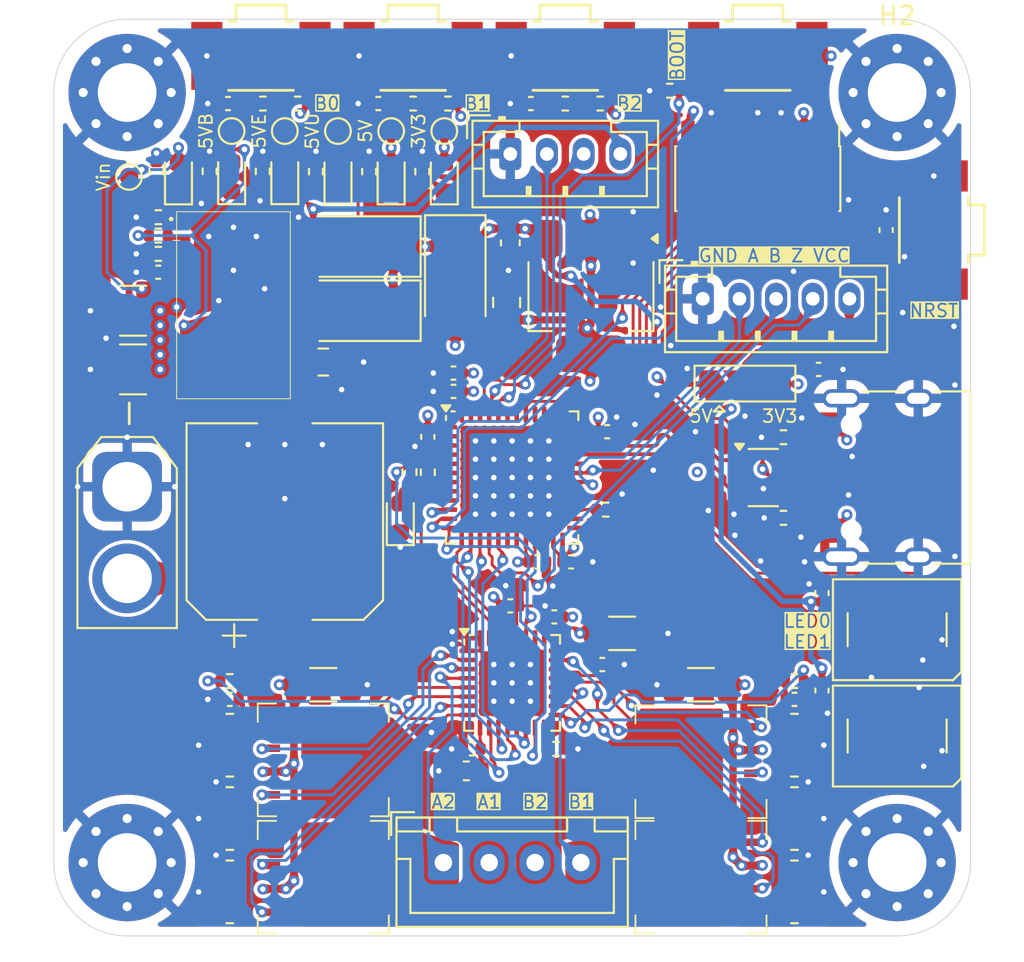
<source format=kicad_pcb>
(kicad_pcb (version 20241229) (generator "pcbnew") (generator_version "9.0")
  (layers (0 "F.Cu" signal) (4 "In1.Cu" signal) (6 "In2.Cu" signal) (2 "B.Cu" signal) (13 "F.Paste" user) (15 "B.Paste" user) (5 "F.SilkS" user "F.Silkscreen") (7 "B.SilkS" user "B.Silkscreen") (1 "F.Mask" user) (3 "B.Mask" user) (25 "Edge.Cuts" user))
  (net 0 "")
  (net 1 "GND")
  (net 2 "+24V")
  (net 3 "Net-(U2-Vcc)")
  (net 4 "/5V_BUCK")
  (net 5 "+5V")
  (net 6 "+3.3V")
  (net 7 "Net-(U4-5VOUT)")
  (net 8 "Net-(U4-VHS)")
  (net 9 "Net-(Q1A-S)")
  (net 10 "Net-(Q3A-S)")
  (net 11 "/BTN_0")
  (net 12 "/BTN_2")
  (net 13 "/BTN_1")
  (net 14 "/5V_USB")
  (net 15 "/5V_UART")
  (net 16 "Net-(J6-Pin_5)")
  (net 17 "Net-(D5-K)")
  (net 18 "Net-(D6-K)")
  (net 19 "Net-(D7-K)")
  (net 20 "Net-(D8-K)")
  (net 21 "Net-(D9-K)")
  (net 22 "Net-(D1-DIN)")
  (net 23 "Net-(D1-DOUT)")
  (net 25 "Net-(D13-A)")
  (net 26 "/SWO")
  (net 27 "/VCP_RX")
  (net 30 "/NRST")
  (net 32 "/SWDIO")
  (net 34 "/VCP_TX")
  (net 35 "/SWCLK")
  (net 36 "/D-")
  (net 37 "Net-(J3-CC2)")
  (net 40 "Net-(J3-CC1)")
  (net 41 "/D+")
  (net 42 "/EXT_RX")
  (net 43 "/EXT_TX")
  (net 44 "/BMA1")
  (net 45 "/BMB2")
  (net 46 "/BMB1")
  (net 47 "/BMA2")
  (net 48 "/HA2")
  (net 49 "/LA2")
  (net 50 "/HB2")
  (net 51 "/LB2")
  (net 52 "/LA1")
  (net 53 "/HA1")
  (net 54 "/LB1")
  (net 55 "/HB1")
  (net 56 "Net-(D10-K)")
  (net 57 "Net-(R1-Pad1)")
  (net 58 "/NEO_PWM")
  (net 59 "Net-(U4-CLK)")
  (net 60 "/MOTOR_STALL")
  (net 61 "/SRA")
  (net 62 "/SRB")
  (net 63 "Net-(R2-Pad1)")
  (net 64 "Net-(U2-FB)")
  (net 65 "Net-(U2-FSW)")
  (net 66 "/BOOT_0")
  (net 67 "/USB_DN")
  (net 68 "/USB_DP")
  (net 69 "/TMC_ENN")
  (net 70 "/TMC_SPI_SCK")
  (net 71 "/TMC_SPI_NSS")
  (net 72 "/TMC_STEP")
  (net 73 "/TMC_DIR")
  (net 74 "/TMC_SPI_MISO")
  (net 75 "/TMC_SPI_MOSI")
  (net 76 "Net-(R10-Pad2)")
  (net 79 "Net-(U2-En)")
  (net 83 "/ENC_Z")
  (net 92 "/ENC_A")
  (net 97 "/ENC_B")
  (footprint "Resistor_SMD:R_0612_1632Metric" (layer "F.Cu") (at 90.4 97.6)
    (property "Reference" "R30" (hide yes))
    (property "Value" "180m")
  )
  (footprint "Capacitor_SMD:C_0402_1005Metric" (layer "F.Cu") (at 79.92 85.2)
    (property "Reference" "C22" (hide yes))
    (property "Value" "220n")
  )
  (footprint "Connector_JST:JST_PH_B4B-PH-K_1x04_P2.00mm_Vertical" (layer "F.Cu") (at 74.9 57.35)
    (property "Reference" "J5" (hide yes))
    (property "Value" "Conn_01x04")
  )
  (footprint "LED_SMD:LED_WS2812B_PLCC4_5.0x5.0mm_P3.2mm" (layer "F.Cu") (at 96 89.1)
    (property "Reference" "D2" (hide yes))
    (property "Value" "WS2812B")
  )
  (footprint "Connector_JST:JST_XH_B4B-XH-A_1x04_P2.50mm_Vertical" (layer "F.Cu") (at 71.25 96)
    (property "Reference" "J1" (hide yes))
    (property "Value" "Conn_01x04")
  )
  (footprint "Resistor_SMD:R_0402_1005Metric" (layer "F.Cu") (at 70.4 74.71 90)
    (property "Reference" "R25" (hide yes))
    (property "Value" "10k")
  )
  (footprint "TestPoint:TestPoint_Pad_D1.0mm" (layer "F.Cu") (at 71.3 56.1)
    (property "Reference" "TP6" (hide yes))
    (property "Value" "3V3")
  )
  (footprint "Capacitor_SMD:C_0402_1005Metric" (layer "F.Cu") (at 59.6 87.1 180)
    (property "Reference" "C27" (hide yes))
    (property "Value" "470n")
  )
  (footprint "Capacitor_SMD:CP_Elec_10x10.5" (layer "F.Cu") (at 62.6 77.4 90)
    (property "Reference" "C30" (hide yes))
    (property "Value" "C_Polarized_Small")
  )
  (footprint "Package_DFN_QFN:QFN-32-1EP_5x5mm_P0.5mm_EP3.45x3.45mm" (layer "F.Cu") (at 75 86.2)
    (property "Reference" "U4" (hide yes))
    (property "Value" "TMC262")
  )
  (footprint "Package_TO_SOT_SMD:SOT-223" (layer "F.Cu") (at 79.3 65.1 -90)
    (property "Reference" "U1" (hide yes))
    (property "Value" "AZ1117-3.3")
  )
  (footprint "Resistor_SMD:R_0402_1005Metric" (layer "F.Cu") (at 55.7 62.8 180)
    (property "Reference" "R6" (hide yes))
    (property "Value" "80k6")
  )
  (footprint "Capacitor_SMD:C_0402_1005Metric" (layer "F.Cu") (at 91.72 69.1)
    (property "Reference" "C31" (hide yes))
    (property "Value" "1u")
  )
  (footprint "Maker:KSS221GLFS" (layer "F.Cu") (at 98 61.5 90)
    (property "Reference" "SW5" (hide yes))
    (property "Value" "SW_Push")
  )
  (footprint "Capacitor_SMD:C_0402_1005Metric" (layer "F.Cu") (at 95.4 61.5 90)
    (property "Reference" "C19" (hide yes))
    (property "Value" "100n")
  )
  (footprint "Resistor_SMD:R_0402_1005Metric" (layer "F.Cu") (at 67.2 58.31 90)
    (property "Reference" "R16" (hide yes))
    (property "Value" "2k5")
  )
  (footprint "Diode_SMD:D_SMA" (layer "F.Cu") (at 66.5 65.9 180)
    (property "Reference" "D4" (hide yes))
    (property "Value" "FSV340AF")
  )
  (footprint "Package_TO_SOT_SMD:SOT-23-6" (layer "F.Cu") (at 88.7 75)
    (property "Reference" "U5" (hide yes))
    (property "Value" "USBLC6-2SC6")
  )
  (footprint "MountingHole:MountingHole_3.2mm_M3_Pad_Via" (layer "F.Cu") (at 54 54)
    (property "Reference" "H1" (hide yes))
    (property "Value" "MountingHole_Pad")
  )
  (footprint "Resistor_SMD:R_0402_1005Metric" (layer "F.Cu") (at 59.6 86.1)
    (property "Reference" "R18" (hide yes))
    (property "Value" "10")
  )
  (footprint "Resistor_SMD:R_0612_1632Metric" (layer "F.Cu") (at 90.4 93.6)
    (property "Reference" "R29" (hide yes))
    (property "Value" "180m")
  )
  (footprint "TestPoint:TestPoint_Pad_D1.0mm" (layer "F.Cu") (at 65.5 56.1)
    (property "Reference" "TP3" (hide yes))
    (property "Value" "5V_USB")
  )
  (footprint "Capacitor_SMD:C_0402_1005Metric" (layer "F.Cu") (at 59.5 54.6 180)
    (property "Reference" "C9" (hide yes))
    (property "Value" "10n")
  )
  (footprint "Resistor_SMD:R_0402_1005Metric" (layer "F.Cu") (at 77.39 89.8 180)
    (property "Reference" "R22" (hide yes))
    (property "Value" "1k")
  )
  (footprint "Maker_librairy:SQJ504EP" (layer "F.Cu") (at 85.3 96.8 90)
    (property "Reference" "Q4" (hide yes))
    (property "Value" "SQJ504EP" (hide yes))
  )
  (footprint "Capacitor_SMD:C_0402_1005Metric" (layer "F.Cu") (at 80.18 72.5)
    (property "Reference" "C4" (hide yes))
    (property "Value" "100n")
  )
  (footprint "Capacitor_SMD:C_0402_1005Metric" (layer "F.Cu") (at 70.4 72.78 -90)
    (property "Reference" "C1" (hide yes))
    (property "Value" "100n")
  )
  (footprint "Resistor_SMD:R_0402_1005Metric" (layer "F.Cu") (at 90.4 86.1 180)
    (property "Reference" "R27" (hide yes))
    (property "Value" "10")
  )
  (footprint "LED_SMD:LED_0603_1608Metric" (layer "F.Cu") (at 56.8 58.6125 90)
    (property "Reference" "D5" (hide yes))
    (property "Value" "LED")
  )
  (footprint "LED_SMD:LED_0603_1608Metric" (layer "F.Cu") (at 68.4 58.6125 90)
    (property "Reference" "D9" (hide yes))
    (property "Value" "LED")
  )
  (footprint "MountingHole:MountingHole_3.2mm_M3_Pad_Via" (layer "F.Cu") (at 96 96)
    (property "Reference" "H4" (hide yes))
    (property "Value" "MountingHole_Pad")
  )
  (footprint "Capacitor_SMD:C_0603_1608Metric" (layer "F.Cu") (at 72.5 91 180)
    (property "Reference" "C21" (hide yes))
    (property "Value" "10u")
  )
  (footprint "Resistor_SMD:R_0402_1005Metric" (layer "F.Cu") (at 77.9 54.6)
    (property "Reference" "R10" (hide yes))
    (property "Value" "10k")
  )
  (footprint "Capacitor_SMD:C_0402_1005Metric" (layer "F.Cu") (at 72.8 89.8 180)
    (property "Reference" "C20" (hide yes))
    (property "Value" "470n")
  )
  (footprint "Capacitor_SMD:C_0402_1005Metric" (layer "F.Cu") (at 77.3 82.6 180)
    (property "Reference" "C24" (hide yes))
    (property "Value" "100n")
  )
  (footprint "Capacitor_SMD:C_0402_1005Metric" (layer "F.Cu") (at 74.9 82)
    (property "Reference" "C23" (hide yes))
    (property "Value" "100n")
  )
  (footprint "Capacitor_SMD:C_0402_1005Metric" (layer "F.Cu") (at 71.8 70.3 180)
    (property "Reference" "C5" (hide yes))
    (property "Value" "100n")
  )
  (footprint "MountingHole:MountingHole_3.2mm_M3_Pad_Via" (layer "F.Cu") (at 96 54)
    (property "Reference" "H2")
    (property "Value" "MountingHole_Pad")
  )
  (footprint "Capacitor_SMD:C_0402_1005Metric" (layer "F.Cu") (at 91.9 81.3 -90)
    (property "Reference" "C15" (hide yes))
    (property "Value" "100n")
  )
  (footprint "Capacitor_SMD:C_1206_3216Metric" (layer "F.Cu") (at 85.3 86.3 180)
    (property "Reference" "C28" (hide yes))
    (property "Value" "10u")
  )
  (footprint "Capacitor_SMD:C_1206_3216Metric" (layer "F.Cu") (at 64.7 86.3)
    (property "Reference" "C26" (hide yes))
    (property "Value" "10u")
  )
  (footprint "Connector_PinHeader_1.27mm:PinHeader_2x07_P1.27mm_Vertical_SMD" (layer "F.Cu") (at 88.4 58.7 -90)
    (property "Reference" "J2" (hide yes))
    (property "Value" "~")
  )
  (footprint "Resistor_SMD:R_0402_1005Metric" (layer "F.Cu") (at 83.6 53.9)
    (property "Reference" "R11" (hide yes))
    (property "Value" "10k")
  )
  (footprint "Capacitor_SMD:C_0402_1005Metric" (layer "F.Cu") (at 76.38 79.6)
    (property "Reference" "C2" (hide yes))
    (property "Value" "100n")
  )
  (footprint "TestPoint:TestPoint_Pad_D1.0mm" (layer "F.Cu") (at 68.4 56.1)
    (property "Reference" "TP5" (hide yes))
    (property "Value" "5V")
  )
  (footprint "Capacitor_SMD:C_0402_1005Metric" (layer "F.Cu") (at 91.9 86.62 -90)
    (property "Reference" "C16" (hide yes))
    (property "Value" "100n")
  )
  (footprint "Resistor_SMD:R_0612_1632Metric" (layer "F.Cu") (at 90.4 89.6)
    (property "Reference" "R28" (hide yes))
    (property "Value" "180m")
  )
  (footprint "Capacitor_SMD:C_1210_3225Metric" (layer "F.Cu") (at 54.325 69.1 180)
    (property "Reference" "C7" (hide yes))
    (property "Value" "4u7")
  )
  (footprint "TestPoint:TestPoint_Pad_D1.0mm" (layer "F.Cu") (at 54.1 58.6)
    (property "Reference" "TP1" (hide yes))
    (property "Value" "24V")
  )
  (footprint "Connector_USB:USB_C_Receptacle_HRO_TYPE-C-31-M-12" (layer "F.Cu") (at 96.1 75 90)
    (property "Reference" "J3" (hide yes))
    (property "Value" "629722000214")
  )
  (footprint "Maker:KSS221GLFS" (layer "F.Cu") (at 61.3 52 180)
    (property "Reference" "SW1" (hide yes))
    (property "Value" "SW_Push")
  )
  (footprint "Package_DFN_QFN:QFN-48-1EP_7x7mm_P0.5mm_EP5.6x5.6mm" (layer "F.Cu") (at 75 75)
    (property "Reference" "U3" (hide yes))
    (property "Value" "STM32G431CBUx")
  )
  (footprint "LED_SMD:LED_0603_1608Metric" (layer "F.Cu") (at 62.6 58.6 90)
    (property "Reference" "D8" (hide yes))
    (property "Value" "LED")
  )
  (footprint "Resistor_SMD:R_0402_1005Metric" (layer "F.Cu") (at 79.8 54.6)
    (property "Reference" "R9" (hide yes))
    (property "Value" "10k")
  )
  (footprint "Resistor_SMD:R_0612_1632Metric" (layer "F.Cu") (at 59.6 93.6 180)
    (property "Reference" "R20" (hide yes))
    (property "Value" "180m")
  )
  (footprint "Resistor_SMD:R_0402_1005Metric" (layer "F.Cu") (at 69.4 74.7 90)
    (property "Reference" "R26" (hide yes))
    (property "Value" "1k5")
  )
  (footprint "Diode_SMD:D_SMA" (layer "F.Cu") (at 71.9 64.2 -90)
    (property "Reference" "D11" (hide yes))
    (property "Value" "FSV340AF")
  )
  (footprint "Resistor_SMD:R_0402_1005Metric" (layer "F.Cu") (at 64.3 58.31 90)
    (property "Reference" "R14" (hide yes))
    (property "Value" "2k5")
  )
  (footprint "Resistor_SMD:R_0612_1632Metric" (layer "F.Cu") (at 59.6 89.6 180)
    (property "Reference" "R19" (hide yes))
    (property "Value" "180m")
  )
  (footprint "Capacitor_SMD:C_0805_2012Metric" (layer "F.Cu") (at 74.7 65.45 90)
    (property "Reference" "C13" (hide yes))
    (property "Value" "22u")
  )
  (footprint "Resistor_SMD:R_0612_1632Metric" (layer "F.Cu") (at 59.6 97.6 180)
    (property "Reference" "R21" (hide yes))
    (property "Value" "180m")
  )
  (footprint "Maker:KSS221GLFS" (layer "F.Cu") (at 69.6 52 180)
    (property "Reference" "SW2" (hide yes))
    (property "Value" "SW_Push")
  )
  (footprint "Resistor_SMD:R_0402_1005Metric" (layer "F.Cu") (at 58.5 58.2975 90)
    (property "Reference" "R13" (hide yes))
    (property "Value" "2k5")
  )
  (footprint "Resistor_SMD:R_0402_1005Metric" (layer "F.Cu") (at 55.7 61.8)
    (property "Reference" "R5" (hide yes))
    (property "Value" "402k")
  )
  (footprint "LED_SMD:LED_0603_1608Metric" (layer "F.Cu") (at 65.5 58.6125 90)
    (property "Reference" "D7" (hide yes))
    (property "Value" "LED")
  )
  (footprint "TestPoint:TestPoint_Pad_D1.0mm" (layer "F.Cu") (at 62.6 56.1)
    (property "Reference" "TP4" (hide yes))
    (property "Value" "5V_USB")
  )
  (footprint "Resistor_SMD:R_0402_1005Metric" (layer "F.Cu") (at 80.1 76.75)
    (property "Reference" "R8" (hide yes))
    (property "Value" "330")
  )
  (footprint "LED_SMD:LED_0603_1608Metric" (layer "F.Cu") (at 59.7 58.6 90)
    (property "Reference" "D6" (hide yes))
    (property "Value" "LED")
  )
  (footprint "Capacitor_SMD:C_0603_1608Metric" (layer "F.Cu") (at 74.9 62.2 -90)
    (property "Reference" "C12" (hide yes))
    (property "Value" "10u")
  )
  (footprint "Connector_AMASS:AMASS_XT30U-M_1x02_P5.0mm_Vertical" (layer "F.Cu") (at 54 75.5 -90)
    (property "Reference" "J4" (hide yes))
    (property "Value" "Conn_01x02")
  )
  (footprint "Resistor_SMD:R_0402_1005Metric" (layer "F.Cu") (at 70.1 58.31 90)
    (property "Reference" "R17" (hide yes))
    (property "Value" "1k5")
  )
  (footprint "Diode_SMD:D_SMA" (layer "F.Cu") (at 66.5 62.4 180)
    (property "Reference" "D12" (hide yes))
    (property "Value" "FSV340AF")
  )
  (footprint "Maker:KSS221GLFS" (layer "F.Cu") (at 88.4 52 180)
    (property "Reference" "SW3" (hide yes))
    (property "Value" "SW_Push")
  )
  (footprint "Capacitor_SMD:C_0402_1005Metric" (layer "F.Cu") (at 90.4 87.1)
    (property "Reference" "C29" (hide yes))
    (property "Value" "470n")
  )
  (footprint "Maker:KSS221GLFS" (layer "F.Cu") (at 77.9 52 180)
    (property "Reference" "SW4" (hide yes))
    (property "Value" "SW_Push")
  )
  (footprint "LED_SMD:LED_0603_1608Metric" (layer "F.Cu") (at 71.3 58.6125 90)
    (property "Reference" "D10" (hide yes))
    (property "Value" "LED")
  )
  (footprint "Capacitor_SMD:C_0402_1005Metric" (layer "F.Cu") (at 78.22 79.6 180)
    (property "Reference" "C3" (hide yes))
    (property "Value" "100n")
  )
  (footprint "Resistor_SMD:R_0402_1005Metric" (layer "F.Cu") (at 61.4 58.2975 90)
    (property "Reference" "R15" (hide yes))
    (property "Value" "2k5")
  )
  (footprint "Resistor_SMD:R_0402_1005Metric" (layer "F.Cu") (at 63.3 54.6)
    (property "Reference" "R1" (hide yes))
    (property "Value" "10k")
  )
  (footprint "Capacitor_SMD:C_0402_1005Metric" (layer "F.Cu") (at 55.7 63.8 180)
    (property "Reference" "C14" (hide yes))
    (property "Value" "1u")
  )
  (footprint "Resistor_SMD:R_0402_1005Metric" (layer "F.Cu") (at 55.7 60.8 180)
    (property "Reference" "R7" (hide yes))
    (property "Value" "5k6")
  )
  (footprint "LED_SMD:LED_WS2812B_PLCC4_5.0x5.0mm_P3.2mm" (layer "F.Cu") (at 96 83.3)
    (property "Reference" "D1" (hide yes))
    (property "Value" "WS2812B")
  )
  (footprint "Maker_librairy:SQJ504EP" (layer "F.Cu") (at 85.3 90.5 90)
    (property "Reference" "Q3" (hide yes))
    (property "Value" "SQJ504EP" (hide yes))
  )
  (footprint "MountingHole:MountingHole_3.2mm_M3_Pad_Via" (layer "F.Cu") (at 54 96)
    (property "Reference" "H3" (hide yes))
    (property "Value" "MountingHole_Pad")
  )
  (footprint "Resistor_SMD:R_0402_1005Metric" (layer "F.Cu") (at 71.5 54.6)
    (property "Reference" "R2" (hide yes))
    (property "Value" "10k")
  )
  (footprint "Maker_librairy:SQJ504EP" (layer "F.Cu") (at 64.7 90.4 -90)
    (property "Reference" "Q2" (hide yes))
    (property "Value" "SQJ504EP" (hide yes))
  )
  (footprint "Capacitor_SMD:C_1210_3225Metric" (layer "F.Cu") (at 54.325 65.9 180)
    (property "Reference" "C8" (hide yes))
    (property "Value" "4u7")
  )
  (footprint "Resistor_SMD:R_0402_1005Metric" (layer "F.Cu") (at 89.8 72.8 180)
    (property "Reference" "R24" (hide yes))
    (property "Value" "5k1")
  )
  (footprint "TestPoint:TestPoint_Pad_D1.0mm" (layer "F.Cu") (at 59.7 56.1)
    (property "Reference" "TP2" (hide yes))
    (property "Value" "5V_BUCK")
  )
  (footprint "Jumper:SolderJumper-3_P2.0mm_Open_TrianglePad1.0x1.5mm" (layer "F.Cu") (at 87.7 69.9)
    (property "Reference" "JP1" (hide yes))
    (property "Value" "SolderJumper_3_Open")
  )
  (footprint "Capacitor_SMD:C_0805_2012Metric" (layer "F.Cu") (at 64.7 68.7)
    (property "Reference" "C11" (hide yes))
    (property "Value" "47u")
  )
  (footprint "Maker:171013801" (layer "F.Cu") (at 59.8 65.6)
    (property "Reference" "U2" (hide yes))
    (property "Value" "~")
  )
  (footprint "Capacitor_SMD:C_1206_3216Metric" (layer "F.Cu") (at 81 83.5)
    (property "Reference" "C25" (hide yes))
    (property "Value" "10u")
  )
  (footprint "Resistor_SMD:R_0402_1005Metric" (layer "F.Cu") (at 69.6 54.6)
    (property "Reference" "R4" (hide yes))
    (property "Value" "10k")
  )
  (footprint "Maker_librairy:SQJ504EP" (layer "F.Cu") (at 64.7 96.8 -90)
    (property "Reference" "Q1" (hide yes))
    (property "Value" "SQJ504EP" (hide yes))
  )
  (footprint "Resistor_SMD:R_0402_1005Metric" (layer "F.Cu") (at 61.4 54.6)
    (property "Reference" "R3" (hide yes))
    (property "Value" "10k")
  )
  (footprint "LED_SMD:LED_0603_1608Metric" (layer "F.Cu") (at 68.9 77.2 90)
    (property "Reference" "D13" (hide yes))
    (property "Value" "LED")
  )
  (footprint "Resistor_SMD:R_0402_1005Metric" (layer "F.Cu") (at 55.6 58.31 90)
    (property "Reference" "R12" (hide yes))
    (property "Value" "12k")
  )
  (footprint "Capacitor_SMD:C_0402_1005Metric" (layer "F.Cu") (at 71.8 69.3 180)
    (property "Reference" "C6" (hide yes))
    (property "Value" "4u7")
  )
  (footprint "Capacitor_SMD:C_0402_1005Metric" (layer "F.Cu") (at 76.02 54.6 180)
    (property "Reference" "C18" (hide yes))
    (property "Value" "10n")
  )
  (footprint "Resistor_SMD:R_0402_1005Metric" (layer "F.Cu") (at 89.8 77.2)
    (property "Reference" "R23" (hide yes))
    (property "Value" "5k1")
  )
  (footprint "Capacitor_SMD:C_0402_1005Metric" (layer "F.Cu") (at 67.7 54.6 180)
    (property "Reference" "C10" (hide yes))
    (property "Value" "10n")
  )
  (footprint "Connector_JST:JST_PH_B5B-PH-K_1x05_P2.00mm_Vertical" (layer "F.Cu") (at 85.4 65.25)
    (property "Reference" "J6" (hide yes))
    (property "Value" "Conn_01x05")
  )
  (gr_arc (start 54 100) (mid 51.171573 98.828427) (end 50 96) (stroke (width 0.05)) (layer "Edge.Cuts"))
  (gr_line (start 96 100) (end 54 100) (stroke (width 0.05)) (layer "Edge.Cuts"))
  (gr_arc (start 100 96) (mid 98.828427 98.828427) (end 96 100) (stroke (width 0.05)) (layer "Edge.Cuts"))
  (gr_line (start 50 96) (end 50 54) (stroke (width 0.05)) (layer "Edge.Cuts"))
  (gr_arc (start 50 54) (mid 51.171573 51.171573) (end 54 50) (stroke (width 0.05)) (layer "Edge.Cuts"))
  (gr_arc (start 96 50) (mid 98.828427 51.171573) (end 100 54) (stroke (width 0.05)) (layer "Edge.Cuts"))
  (gr_line (start 54 50) (end 96 50) (stroke (width 0.05)) (layer "Edge.Cuts"))
  (gr_line (start 100 54) (end 100 96) (stroke (width 0.05)) (layer "Edge.Cuts"))
  (gr_text "LED0\nLED1" (at 91.1 83.4 0) (layer "F.SilkS" knockout) (effects (font (size 0.7 0.7) (thickness 0.1))))
  (gr_text "B2" (at 76.25 92.7 0) (layer "F.SilkS" knockout) (effects (font (size 0.7 0.7) (thickness 0.1))))
  (gr_text "GND A B Z VCC" (at 89.3 62.9 0) (layer "F.SilkS" knockout) (effects (font (size 0.7 0.7) (thickness 0.1))))
  (gr_text "5VB" (at 58.3 56.1 90) (layer "F.SilkS") (effects (font (size 0.7 0.7) (thickness 0.1))))
  (gr_text "5VU" (at 64.1 56.1 90) (layer "F.SilkS") (effects (font (size 0.7 0.7) (thickness 0.1))))
  (gr_text "BOOT" (at 84 52 90) (layer "F.SilkS" knockout) (effects (font (size 0.7 0.7) (thickness 0.1))))
  (gr_text "3V3" (at 69.9 56.1 90) (layer "F.SilkS") (effects (font (size 0.7 0.7) (thickness 0.1))))
  (gr_text "3V3" (at 89.6 71.65 0) (layer "F.SilkS") (effects (font (size 0.7 0.7) (thickness 0.1))))
  (gr_text "A2" (at 71.25 92.7 0) (layer "F.SilkS" knockout) (effects (font (size 0.7 0.7) (thickness 0.1))))
  (gr_text "B1" (at 78.75 92.7 0) (layer "F.SilkS" knockout) (effects (font (size 0.7 0.7) (thickness 0.1))))
  (gr_text "5V" (at 67 56.1 90) (layer "F.SilkS") (effects (font (size 0.7 0.7) (thickness 0.1))))
  (gr_text "5VE" (at 61.2 56.1 90) (layer "F.SilkS") (effects (font (size 0.7 0.7) (thickness 0.1))))
  (gr_text "5V" (at 85.3 71.65 0) (layer "F.SilkS") (effects (font (size 0.7 0.7) (thickness 0.1))))
  (gr_text "B2" (at 81.4 54.6 0) (layer "F.SilkS" knockout) (effects (font (size 0.7 0.7) (thickness 0.1))))
  (gr_text "Vin" (at 52.7 58.6 90) (layer "F.SilkS") (effects (font (size 0.7 0.7) (thickness 0.1))))
  (gr_text "B1" (at 73.1 54.6 0) (layer "F.SilkS" knockout) (effects (font (size 0.7 0.7) (thickness 0.1))))
  (gr_text "B0" (at 64.9 54.6 0) (layer "F.SilkS" knockout) (effects (font (size 0.7 0.7) (thickness 0.1))))
  (gr_text "A1" (at 73.75 92.7 0) (layer "F.SilkS" knockout) (effects (font (size 0.7 0.7) (thickness 0.1))))
  (gr_text "NRST" (at 98 65.9 0) (layer "F.SilkS" knockout) (effects (font (size 0.7 0.7) (thickness 0.1))))
  (via (at 85.1 74.7) (size 0.6) (drill 0.3) (layers "F.Cu" "B.Cu") (net 0))
  (segment (start 72.6625 83.7625) (end 72.8 83.7625) (width 0.16) (layer "F.Cu") (net 1))
  (segment (start 58.85 93.6) (end 57.9 93.6) (width 0.4) (layer "F.Cu") (net 1))
  (segment (start 59.12 87.1) (end 58.4 87.1) (width 0.16) (layer "F.Cu") (net 1))
  (segment (start 71.725 91) (end 71.725 89.825) (width 0.16) (layer "F.Cu") (net 1))
  (segment (start 91.15 89.6) (end 92 89.6) (width 0.4) (layer "F.Cu") (net 1))
  (segment (start 74.7 63.8) (end 74.8 63.7) (width 0.4) (layer "F.Cu") (net 1))
  (segment (start 98.45 90.75) (end 98.45 89.9) (width 0.16) (layer "F.Cu") (net 1))
  (segment (start 70.4 74.2) (end 70.4 73.26) (width 0.16) (layer "F.Cu") (net 1))
  (segment (start 89.29 72.8) (end 88.6 72.8) (width 0.16) (layer "F.Cu") (net 1))
  (segment (start 68.9 77.9875) (end 68.9 78.8) (width 0.16) (layer "F.Cu") (net 1))
  (segment (start 74.9 62.975) (end 74.9 63.6) (width 0.4) (layer "F.Cu") (net 1))
  (segment (start 59.12 87.1) (end 59.12 87.28) (width 0.16) (layer "F.Cu") (net 1))
  (segment (start 91.9 87.55) (end 92.2 87.85) (width 0.16) (layer "F.Cu") (net 1))
  (segment (start 71.32 70.3) (end 70.7 70.3) (width 0.16) (layer "F.Cu") (net 1))
  (segment (start 89.67 55.1) (end 89.67 56.75) (width 0.16) (layer "F.Cu") (net 1))
  (segment (start 58.85 89.6) (end 58.85 91.6) (width 0.4) (layer "F.Cu") (net 1))
  (segment (start 71.32 69.3) (end 70.7 69.3) (width 0.16) (layer "F.Cu") (net 1))
  (segment (start 89.29 77.2) (end 88.75 77.2) (width 0.16) (layer "F.Cu") (net 1))
  (segment (start 58.5 57.7875) (end 58.5 57.2) (width 0.16) (layer "F.Cu") (net 1))
  (segment (start 80.4 85.2) (end 81.12 85.2) (width 0.16) (layer "F.Cu") (net 1))
  (segment (start 88.4 56.75) (end 88.4 55.1) (width 0.16) (layer "F.Cu") (net 1))
  (segment (start 98.45 84.95) (end 98.45 83.85) (width 0.16) (layer "F.Cu") (net 1))
  (segment (start 59.12 87.28) (end 58.85 87.55) (width 0.16) (layer "F.Cu") (net 1))
  (segment (start 98.45 84.95) (end 97.4 84.95) (width 0.16) (layer "F.Cu") (net 1))
  (segment (start 71.725 89.825) (end 71.7 89.8) (width 0.16) (layer "F.Cu") (net 1))
  (segment (start 75.25 83.7625) (end 75.25 82.13) (width 0.16) (layer "F.Cu") (net 1))
  (segment (start 95.4 61.02) (end 95.4 60.4) (width 0.16) (layer "F.Cu") (net 1))
  (segment (start 76.86 79.6) (end 76.86 80.5) (width 0.16) (layer "F.Cu") (net 1))
  (segment (start 92.055 78.25) (end 90.75 78.25) (width 0.16) (layer "F.Cu") (net 1))
  (segment (start 52.85 65.9) (end 52 65.9) (width 0.4) (layer "F.Cu") (net 1))
  (segment (start 91.22 80.82) (end 91.2 80.8) (width 0.16) (layer "F.Cu") (net 1))
  (segment (start 88.24 75) (end 87.5625 75) (width 0.16) (layer "F.Cu") (net 1))
  (segment (start 52.85 69.1) (end 52.85 67.4) (width 0.4) (layer "F.Cu") (net 1))
  (segment (start 72.32 89.8) (end 71.7 89.8) (width 0.16) (layer "F.Cu") (net 1))
  (segment (start 91.9 87.1) (end 91.9 87.55) (width 0.16) (layer "F.Cu") (net 1))
  (segment (start 72.8 83.7625) (end 73.25 83.7625) (width 0.16) (layer "F.Cu") (net 1))
  (segment (start 91.15 95.6) (end 91.15 93.6) (width 0.4) (layer "F.Cu") (net 1))
  (segment (start 72.8 83.7625) (end 72.099501 83.7625) (width 0.16) (layer "F.Cu") (net 1))
  (segment (start 72.5625 84.45) (end 73.25 84.45) (width 0.16) (layer "F.Cu") (net 1))
  (segment (start 75.25 82.13) (end 75.38 82) (width 0.16) (layer "F.Cu") (net 1))
  (segment (start 58.85 95.6) (end 58.85 97.6) (width 0.4) (layer "F.Cu") (net 1))
  (segment (start 75.54 54.6) (end 74.9 54.6) (width 0.16) (layer "F.Cu") (net 1))
  (segment (start 82.475 83.5) (end 83.5 83.5) (width 0.16) (layer "F.Cu") (net 1))
  (segment (start 59.02 54.6) (end 58.4 54.6) (width 0.16) (layer "F.Cu") (net 1))
  (segment (start 91.15 89.6) (end 91.15 91.6) (width 0.4) (layer "F.Cu") (net 1))
  (segment (start 85.86 55.1) (end 85.86 56.75) (width 0.16) (layer "F.Cu") (net 1))
  (segment (start 69.74 73.26) (end 69.7 73.3) (width 0.16) (layer "F.Cu") (net 1))
  (segment (start 55.19 63.77) (end 55.22 63.8) (width 0.16) (layer "F.Cu") (net 1))
  (segment (start 52.85 69.1) (end 52 69.1) (width 0.4) (layer "F.Cu") (net 1))
  (segment (start 67.2 57.8) (end 67.2 57.2) (width 0.16) (layer "F.Cu") (net 1))
  (segment (start 73.25 84.45) (end 75 86.2) (width 0.16) (layer "F.Cu") (net 1))
  (segment (start 91.15 97.6) (end 91.15 95.6) (width 0.4) (layer "F.Cu") (net 1))
  (segment (start 70.4 73.26) (end 69.74 73.26) (width 0.16) (layer "F.Cu") (net 1))
  (segment (start 58.85 87.55) (end 58.85 89.6) (width 0.16) (layer "F.Cu") (net 1))
  (segment (start 75.38 82) (end 76.8 82) (width 0.16) (layer "F.Cu") (net 1))
  (segment (start 72.099501 83.7625) (end 71.737001 83.4) (width 0.16) (layer "F.Cu") (net 1))
  (segment (start 83.825 86.3) (end 82.9 86.3) (width 0.4) (layer "F.Cu") (net 1))
  (segment (start 76.82 82.6) (end 76.82 82.02) (width 0.16) (layer "F.Cu") (net 1))
  (segment (start 88.738598 75.56717) (end 88.738598 75.498598) (width 0.16) (layer "F.Cu") (net 1))
  (segment (start 76.82 82.02) (end 76.8 82) (width 0.16) (layer "F.Cu") (net 1))
  (segment (start 98.45 90.75) (end 97.45 90.75) (width 0.16) (layer "F.Cu") (net 1))
  (segment (start 88.738598 75.498598) (end 88.24 75) (width 0.16) (layer "F.Cu") (net 1))
  (segment (start 91.9 80.82) (end 91.22 80.82) (width 0.16) (layer "F.Cu") (net 1))
  (segment (start 91.15 97.6) (end 92 97.6) (width 0.4) (layer "F.Cu") (net 1))
  (segment (start 71.725 91) (end 71 91) (width 0.16) (layer "F.Cu") (net 1))
  (segment (start 55.19 60.8) (end 54.5 60.8) (width 0.16) (layer "F.Cu") (net 1))
  (segment (start 55.6 57.8) (end 55.6 57.3) (width 0.16) (layer "F.Cu") (net 1))
  (segment (start 78.7 79.6) (end 79.4 79.6) (width 0.16) (layer "F.Cu") (net 1))
  (segment (start 58.85 97.6) (end 57.9 97.6) (width 0.4) (layer "F.Cu") (net 1))
  (segment (start 80.66 71.74) (end 80.7 71.7) (width 0.3) (layer "F.Cu") (net 1))
  (segment (start 67.22 54.6) (end 66.6 54.6) (width 0.16) (layer "F.Cu") (net 1))
  (segment (start 70.1 57.8) (end 70.1 57.2) (width 0.16) (layer "F.Cu") (net 1))
  (segment (start 72.2004 84.0879) (end 71.737001 84.0879) (width 0.16) (layer "F.Cu") (net 1))
  (segment (start 55.19 62.8) (end 54.5 62.8) (width 0.16) (layer "F.Cu") (net 1))
  (segment (start 61.4 57.7875) (end 61.4 57.2) (width 0.16) (layer "F.Cu") (net 1))
  (segment (start 74.7 64.5) (end 74.7 63.8) (width 0.4) (layer "F.Cu") (net 1))
  (segment (start 58.85 93.6) (end 58.85 91.6) (width 0.4) (layer "F.Cu") (net 1))
  (segment (start 66.175 86.3) (end 67.1 86.3) (width 0.4) (layer "F.Cu") (net 1))
  (segment (start 83.09 53.9) (end 82.5 53.9) (width 0.16) (layer "F.Cu") (net 1))
  (segment (start 72.5625 84.45) (end 72.2004 84.0879) (width 0.16) (layer "F.Cu") (net 1))
  (segment (start 76.86 82.56) (end 76.82 82.6) (width 0.16) (layer "F.Cu") (net 1))
  (segment (start 91.15 93.6) (end 92 93.6) (width 0.4) (layer "F.Cu") (net 1))
  (segment (start 55.22 63.8) (end 54.5 63.8) (width 0.16) (layer "F.Cu") (net 1))
  (segment (start 92.055 71.75) (end 90.8 71.75) (width 0.16) (layer "F.Cu") (net 1))
  (segment (start 76.86 80.56) (end 77.217816 80.917816) (width 0.16) (layer "F.Cu") (net 1))
  (segment (start 73.25 83.7625) (end 73.25 84.45) (width 0.16) (layer "F.Cu") (net 1))
  (segment (start 76.86 80.5) (end 76.86 80.56) (width 0.16) (layer "F.Cu") (net 1))
  (segment (start 80.66 72.5) (end 80.66 71.74) (width 0.3) (layer "F.Cu") (net 1))
  (segment (start 74.9 63.6) (end 74.8 63.7) (width 0.4) (layer "F.Cu") (net 1))
  (segment (start 77.9 89.8) (end 78.59 89.8) (width 0.16) (layer "F.Cu") (net 1))
  (segment (start 58.85 89.6) (end 57.9 89.6) (width 0.4) (layer "F.Cu") (net 1))
  (segment (start 58.85 93.6) (end 58.85 95.6) (width 0.4) (layer "F.Cu") (net 1))
  (segment (start 81.6 61.95) (end 81.6 60.5) (width 0.16) (layer "F.Cu") (net 1))
  (segment (start 55.19 62.8) (end 55.19 63.77) (width 0.16) (layer "F.Cu") (net 1))
  (segment (start 91.15 93.6) (end 91.15 91.6) (width 0.4) (layer "F.Cu") (net 1))
  (segment (start 52.85 65.9) (end 52.85 67.4) (width 0.4) (layer "F.Cu") (net 1))
  (segment (start 64.3 57.8) (end 64.3 57.2) (width 0.16) (layer "F.Cu") (net 1))
  (segment (start 81.6 61.95) (end 81.6 63.3) (width 0.16) (layer "F.Cu") (net 1))
  (segment (start 88.703459 75.602309) (end 88.738598 75.56717) (width 0.16) (layer "F.Cu") (net 1))
  (segment (start 92.2 69.1) (end 93.05 69.1) (width 0.16) (layer "F.Cu") (net 1))
  (via (at 76 77) (size 0.6) (drill 0.3) (layers "F.Cu" "B.Cu") (net 1))
  (via (at 74.8 63.7) (size 0.6) (drill 0.3) (layers "F.Cu" "B.Cu") (net 1))
  (via (at 98 58.550001) (size 0.6) (drill 0.3) (layers "F.Cu" "B.Cu") (net 1))
  (via (at 74.9 54.6) (size 0.6) (drill 0.3) (layers "F.Cu" "B.Cu") (net 1))
  (via (at 81.6 63.3) (size 0.6) (drill 0.3) (layers "F.Cu" "B.Cu") (net 1))
  (via (at 70.7 70.3) (size 0.6) (drill 0.3) (layers "F.Cu" "B.Cu") (net 1))
  (via (at 85.7 76.8) (size 0.6) (drill 0.3) (layers "F.Cu" "B.Cu") (net 1))
  (via (at 57.9 93.6) (size 0.6) (drill 0.3) (layers "F.Cu" "B.Cu") (net 1))
  (via (at 74.950001 52) (size 0.6) (drill 0.3) (layers "F.Cu" "B.Cu") (net 1))
  (via (at 76 74) (size 0.6) (drill 0.3) (layers "F.Cu" "B.Cu") (net 1))
  (via (at 91.15 95.6) (size 0.6) (drill 0.3) (layers "F.Cu" "B.Cu") (net 1))
  (via (at 81 75.9) (size 0.6) (drill 0.3) (layers "F.Cu" "B.Cu") (net 1))
  (via (at 88.4 55.1) (size 0.6) (drill 0.3) (layers "F.Cu" "B.Cu") (net 1))
  (via (at 79.4 79.6) (size 0.6) (drill 0.3) (layers "F.Cu" "B.Cu") (net 1))
  (via (at 52 69.1) (size 0.6) (drill 0.3) (layers "F.Cu" "B.Cu") (net 1))
  (via (at 60.6 73.2) (size 0.6) (drill 0.3) (layers "F.Cu" "B.Cu") (net 1))
  (via (at 56.6 75.5) (size 0.6) (drill 0.3) (layers "F.Cu" "B.Cu") (net 1))
  (via (at 73 73) (size 0.6) (drill 0.3) (layers "F.Cu" "B.Cu") (net 1))
  (via (at 83.65 67.8) (size 0.6) (drill 0.3) (layers "F.Cu" "B.Cu") (net 1))
  (via (at 74 77) (size 0.6) (drill 0.3) (layers "F.Cu" "B.Cu") (net 1))
  (via (at 98.45 83.85) (size 0.6) (drill 0.3) (layers "F.Cu" "B.Cu") (net 1))
  (via (at 75 77) (size 0.6) (drill 0.3) (layers "F.Cu" "B.Cu") (net 1))
  (via (at 94.6 85.9) (size 0.6) (drill 0.3) (layers "F.Cu" "B.Cu") (net 1))
  (via (at 97.4 84.95) (size 0.6) (drill 0.3) (layers "F.Cu" "B.Cu") (net 1))
  (via (at 74 75) (size 0.6) (drill 0.3) (layers "F.Cu" "B.Cu") (net 1))
  (via (at 76 75) (size 0.6) (drill 0.3) (layers "F.Cu" "B.Cu") (net 1))
  (via (at 66.650001 52) (size 0.6) (drill 0.3) (layers "F.Cu" "B.Cu") (net 1))
  (via (at 75 75) (size 0.6) (drill 0.3) (layers "F.Cu" "B.Cu") (net 1))
  (via (at 90.75 78.25) (size 0.6) (drill 0.3) (layers "F.Cu" "B.Cu") (net 1))
  (via (at 88.6 72.8) (size 0.6) (drill 0.3) (layers "F.Cu" "B.Cu") (net 1))
  (via (at 68.9 78.8) (size 0.6) (drill 0.3) (layers "F.Cu" "B.Cu") (net 1))
  (via (at 62.6 73.2) (size 0.6) (drill 0.3) (layers "F.Cu" "B.Cu") (net 1))
  (via (at 73 74) (size 0.6) (drill 0.3) (layers "F.Cu" "B.Cu") (net 1))
  (via (at 80.7 71.7) (size 0.6) (drill 0.3) (layers "F.Cu" "B.Cu") (net 1))
  (via (at 74 74) (size 0.6) (drill 0.3) (layers "F.Cu" "B.Cu") (net 1))
  (via (at 99.1 66.75) (size 0.6) (drill 0.3) (layers "F.Cu" "B.Cu") (net 1))
  (via (at 74 85.2) (size 0.6) (drill 0.3) (layers "F.Cu" "B.Cu") (net 1))
  (via (at 58.85 95.6) (size 0.6) (drill 0.3) (layers "F.Cu" "B.Cu") (net 1))
  (via (at 73 76) (size 0.6) (drill 0.3) (layers "F.Cu" "B.Cu") (net 1))
  (via (at 93.35 75.95) (size 0.6) (drill 0.3) (layers "F.Cu" "B.Cu") (net 1))
  (via (at 51.3 75.5) (size 0.6) (drill 0.3) (layers "F.Cu" "B.Cu") (net 1))
  (via (at 75 87.2) (size 0.6) (drill 0.3) (layers "F.Cu" "B.Cu") (net 1))
  (via (at 64.3 57.2) (size 0.6) (drill 0.3) (layers "F.Cu" "B.Cu") (net 1))
  (via (at 88.75 77.2) (size 0.6) (drill 0.3) (layers "F.Cu" "B.Cu") (net 1))
  (via (at 59.8 63.7) (size 0.6) (drill 0.3) (layers "F.Cu" "B.Cu") (net 1))
  (via (at 57.9 89.6) (size 0.6) (drill 0.3) (layers "F.Cu" "B.Cu") (net 1))
  (via (at 82.9 70.5) (size 0.6) (drill 0.3) (layers "F.Cu" "B.Cu") (net 1))
  (via (at 61.4 57.2) (size 0.6) (drill 0.3) (layers "F.Cu" "B.Cu") (net 1))
  (via (at 70.7 69.3) (size 0.6) (drill 0.3) (layers "F.Cu" "B.Cu") (net 1))
  (via (at 77.217816 80.917816) (size 0.6) (drill 0.3) (layers "F.Cu" "B.Cu") (net 1))
  (via (at 74 87.2) (size 0.6) (drill 0.3) (layers "F.Cu" "B.Cu") (net 1))
  (via (at 97.2 86.45) (size 0.6) (drill 0.3) (layers "F.Cu" "B.Cu") (net 1))
  (via (at 71.737001 84.0879) (size 0.6) (drill 0.3) (layers "F.Cu" "B.Cu") (net 1))
  (via (at 77 75) (size 0.6) (drill 0.3) (layers "F.Cu" "B.Cu") (net 1))
  (via (at 92 93.6) (size 0.6) (drill 0.3) (layers "F.Cu" "B.Cu") (net 1))
  (via (at 52 65.9) (size 0.6) (drill 0.3) (layers "F.Cu" "B.Cu") (net 1))
  (via (at 63.35 60.8) (size 0.6) (drill 0.3) (layers "F.Cu" "B.Cu") (net 1))
  (via (at 85.86 55.1) (size 0.6) (drill 0.3) (layers "F.Cu" "B.Cu") (net 1))
  (via (at 61.05 61.85) (size 0.6) (drill 0.3) (layers "F.Cu" "B.Cu") (net 1))
  (via (at 74 73) (size 0.6) (drill 0.3) (layers "F.Cu" "B.Cu") (net 1))
  (via (at 61.25 59.9) (size 0.6) (drill 0.3) (layers "F.Cu" "B.Cu") (net 1))
  (via (at 76 86.2) (size 0.6) (drill 0.3) (layers "F.Cu" "B.Cu") (net 1))
  (via (at 61.5 64.7) (size 0.6) (drill 0.3) (layers "F.Cu" "B.Cu") (net 1))
  (via (at 96.3 66) (size 0.6) (drill 0.3) (layers "F.Cu" "B.Cu") (net 1))
  (via (at 71 91) (size 0.6) (drill 0.3) (layers "F.Cu" "B.Cu") (net 1))
  (via (at 96.4 62.95) (size 0.6) (drill 0.3) (layers "F.Cu" "B.Cu") (net 1))
  (via (at 92.2 87.85) (size 0.6) (drill 0.3) (layers "F.Cu" "B.Cu") (net 1))
  (via (at 87.7 71.65) (size 0.6) (drill 0.3) (layers "F.Cu" "B.Cu") (net 1))
  (via (at 81.7 72.1) (size 0.6) (drill 0.3) (layers "F.Cu" "B.Cu") (net 1))
  (via (at 77 74) (size 0.6) (drill 0.3) (layers "F.Cu" "B.Cu") (net 1))
  (via (at 91.2 80.8) (size 0.6) (drill 0.3) (layers "F.Cu" "B.Cu") (net 1))
  (via (at 74 86.2) (size 0.6) (drill 0.3) (layers "F.Cu" "B.Cu") (net 1))
  (via (at 67.2 57.2) (size 0.6) (drill 0.3) (layers "F.Cu" "B.Cu") (net 1))
  (via (at 87.1 77) (size 0.6) (drill 0.3) (layers "F.Cu" "B.Cu") (net 1))
  (via (at 99.15 69.95) (size 0.6) (drill 0.3) (layers "F.Cu" "B.Cu") (net 1))
  (via (at 65.7 70.2) (size 0.6) (drill 0.3) (layers "F.Cu" "B.Cu") (net 1))
  (via (at 99.15 79.3) (size 0.6) (drill 0.3) (layers "F.Cu" "B.Cu") (net 1))
  (via (at 88.703459 75.602309) (size 0.6) (drill 0.3) (layers "F.Cu" "B.Cu") (net 1))
  (via (at 55.6 57.3) (size 0.6) (drill 0.3) (layers "F.Cu" "B.Cu") (net 1))
  (via (at 58.350001 52) (size 0.6) (drill 0.3) (layers "F.Cu" "B.Cu") (net 1))
  (via (at 75 74) (size 0.6) (drill 0.3) (layers "F.Cu" "B.Cu") (net 1))
  (via (at 73 77) (size 0.6) (drill 0.3) (layers "F.Cu" "B.Cu") (net 1))
  (via (at 59.8 61.35) (size 0.6) (drill 0.3) (layers "F.Cu" "B.Cu") (net 1))
  (via (at 91.15 91.6) (size 0.6) (drill 0.3) (layers "F.Cu" "B.Cu") (net 1))
  (via (at 70.1 57.2) (size 0.6) (drill 0.3) (layers "F.Cu" "B.Cu") (net 1))
  (via (at 76.8 82) (size 0.6) (drill 0.3) (layers "F.Cu" "B.Cu") (net 1))
  (via (at 77 73) (size 0.6) (drill 0.3) (layers "F.Cu" "B.Cu") (net 1))
  (via (at 93.35 59.85) (size 0.6) (drill 0.3) (layers "F.Cu" "B.Cu") (net 1))
  (via (at 64.65 73.2) (size 0.6) (drill 0.3) (layers "F.Cu" "B.Cu") (net 1))
  (via (at 54 72.8) (size 0.6) (drill 0.3) (layers "F.Cu" "B.Cu") (net 1))
  (via (at 75 76) (size 0.6) (drill 0.3) (layers "F.Cu" "B.Cu") (net 1))
  (via (at 67.1 86.3) (size 0.6) (drill 0.3) (layers "F.Cu" "B.Cu") (net 1))
  (via (at 75 86.2) (size 0.6) (drill 0.3) (layers "F.Cu" "B.Cu") (net 1))
  (via (at 74.65 80.9) (size 0.6) (drill 0.3) (layers "F.Cu" "B.Cu") (net 1))
  (via (at 71.7 89.8) (size 0.6) (drill 0.3) (layers "F.Cu" "B.Cu") (net 1))
  (via (at 92 89.6) (size 0.6) (drill 0.3) (layers "F.Cu" "B.Cu") (net 1))
  (via (at 73 75) (size 0.6) (drill 0.3) (layers "F.Cu" "B.Cu") (net 1))
  (via (at 88.55 79.55) (size 0.6) (drill 0.3) (layers "F.Cu" "B.Cu") (net 1))
  (via (at 90.35 63.75) (size 0.6) (drill 0.3) (layers "F.Cu" "B.Cu") (net 1))
  (via (at 76 73) (size 0.6) (drill 0.3) (layers "F.Cu" "B.Cu") (net 1))
  (via (at 58.4 54.6) (size 0.6) (drill 0.3) (layers "F.Cu" "B.Cu") (net 1))
  (via (at 66.9 68.7) (size 0.6) (drill 0.3) (layers "F.Cu" "B.Cu") (net 1))
  (via (at 70.6 88.9) (size 0.6) (drill 0.3) (layers "F.Cu" "B.Cu") (net 1))
  (via (at 84.55 69.05) (size 0.6) (drill 0.3) (layers "F.Cu" "B.Cu") (net 1))
  (via (at 89.67 55.1) (size 0.6) (drill 0.3) (layers "F.Cu" "B.Cu") (net 1))
  (via (at 54.5 63.8) (size 0.6) (drill 0.3) (layers "F.Cu" "B.Cu") (net 1))
  (via (at 57.9 97.6) (size 0.6) (drill 0.3) (layers "F.Cu" "B.Cu") (net 1))
  (via (at 75 73) (size 0.6) (drill 0.3) (layers "F.Cu" "B.Cu") (net 1))
  (via (at 90.95 79.6) (size 0.6) (drill 0.3) (layers "F.Cu" "B.Cu") (net 1))
  (via (at 85 72.5) (size 0.6) (drill 0.3) (layers "F.Cu" "B.Cu") (net 1))
  (via (at 87.15 78.15) (size 0.6) (drill 0.3) (layers "F.Cu" "B.Cu") (net 1))
  (via (at 54.5 60.8) (size 0.6) (drill 0.3) (layers "F.Cu" "B.Cu") (net 1))
  (via (at 76 76) (size 0.6) (drill 0.3) (layers "F.Cu" "B.Cu") (net 1))
  (via (at 97.45 90.75) (size 0.6) (drill 0.3) (layers "F.Cu" "B.Cu") (net 1))
  (via (at 81.12 85.2) (size 0.6) (drill 0.3) (layers "F.Cu" "B.Cu") (net 1))
  (via (at 98.45 89.9) (size 0.6) (drill 0.3) (layers "F.Cu" "B.Cu") (net 1))
  (via (at 62.6 76.15) (size 0.6) (drill 0.3) (layers "F.Cu" "B.Cu") (net 1))
  (via (at 81.6 60.5) (size 0.6) (drill 0.3) (layers "F.Cu" "B.Cu") (net 1))
  (via (at 75 85.2) (size 0.6) (drill 0.3) (layers "F.Cu" "B.Cu") (net 1))
  (via (at 58.5 57.2) (size 0.6) (drill 0.3) (layers "F.Cu" "B.Cu") (net 1))
  (via (at 59 65.35) (size 0.6) (drill 0.3) (layers "F.Cu" "B.Cu") (net 1))
  (via (at 93.55 73.85) (size 0.6) (drill 0.3) (layers "F.Cu" "B.Cu") (net 1))
  (via (at 83.5 83.5) (size 0.6) (drill 0.3) (layers "F.Cu" "B.Cu") (net 1))
  (via (at 54.5 62.8) (size 0.6) (drill 0.3) (layers "F.Cu" "B.Cu") (net 1))
  (via (at 71.737001 83.4) (size 0.6) (drill 0.3) (layers "F.Cu" "B.Cu") (net 1))
  (via (at 82.9 86.3) (size 0.6) (drill 0.3) (layers "F.Cu" "B.Cu") (net 1))
  (via (at 83.1 65.7) (size 0.6) (drill 0.3) (layers "F.Cu" "B.Cu") (net 1))
  (via (at 66.6 54.6) (size 0.6) (drill 0.3) (layers "F.Cu" "B.Cu") (net 1))
  (via (at 69.7 73.3) (size 0.6) (drill 0.3) (layers "F.Cu" "B.Cu") (net 1))
  (via (at 95.4 60.4) (size 0.6) (drill 0.3) (layers "F.Cu" "B.Cu") (net 1))
  (via (at 82.5 53.9) (size 0.6) (drill 0.3) (layers "F.Cu" "B.Cu") (net 1))
  (via (at 52.85 67.4) (size 0.6) (drill 0.3) (layers "F.Cu" "B.Cu") (net 1))
  (via (at 93.05 69.1) (size 0.6) (drill 0.3) (layers "F.Cu" "B.Cu") (net 1))
  (via (at 90.8 71.75) (size 0.6) (drill 0.3) (layers "F.Cu" "B.Cu") (net 1))
  (via (at 92 97.6) (size 0.6) (drill 0.3) (layers "F.Cu" "B.Cu") (net 1))
  (via (at 58.4 87.1) (size 0.6) (drill 0.3) (layers "F.Cu" "B.Cu") (net 1))
  (via (at 77 76) (size 0.6) (drill 0.3) (layers "F.Cu" "B.Cu") (net 1))
  (via (at 58.45 61.85) (size 0.6) (drill 0.3) (layers "F.Cu" "B.Cu") (net 1))
  (via (at 58.05 60.05) (size 0.6) (drill 0.3) (layers "F.Cu" "B.Cu") (net 1))
  (via (at 78.59 89.8) (size 0.6) (drill 0.3) (layers "F.Cu" "B.Cu") (net 1))
  (via (at 77 77) (size 0.6) (drill 0.3) (layers "F.Cu" "B.Cu") (net 1))
  (via (at 58.85 91.6) (size 0.6) (drill 0.3) (layers "F.Cu" "B.Cu") (net 1))
  (via (at 76 85.2) (size 0.6) (drill 0.3) (layers "F.Cu" "B.Cu") (net 1))
  (via (at 74 76) (size 0.6) (drill 0.3) (layers "F.Cu" "B.Cu") (net 1))
  (via (at 82.7 74.6) (size 0.6) (drill 0.3) (layers "F.Cu" "B.Cu") (net 1))
  (via (at 76 87.2) (size 0.6) (drill 0.3) (layers "F.Cu" "B.Cu") (net 1))
  (segment (start 54.8 58.2) (end 54.5 58.2) (width 0.16) (layer "F.Cu") (net 2))
  (segment (start 88.015 96.165) (end 88.635 96.165) (width 0.4) (layer "F.Cu") (net 2))
  (segment (start 77.78 82.6) (end 78.3 82.6) (width 0.16) (layer "F.Cu") (net 2))
  (segment (start 76.75 83.7625) (end 76.75 83.35) (width 0.16) (layer "F.Cu") (net 2))
  (segment (start 61.5 80.5) (end 62.6 81.6) (width 1.5) (layer "F.Cu") (net 2))
  (segment (start 54 80.5) (end 61.5 80.5) (width 1.5) (layer "F.Cu") (net 2))
  (segment (start 87.05 86.575) (end 86.775 86.3) (width 0.4) (layer "F.Cu") (net 2))
  (segment (start 56.7 65.7) (end 56 65.7) (width 0.8) (layer "F.Cu") (net 2))
  (segment (start 77.8 83.2) (end 78.4 83.2) (width 0.16) (layer "F.Cu") (net 2))
  (segment (start 63.225 86.3) (end 63.1 86.425) (width 0.4) (layer "F.Cu") (net 2))
  (segment (start 87.05 89.2) (end 87.05 95.7) (width 0.4) (layer "F.Cu") (net 2))
  (segment (start 88.015 89.865) (end 88.635 89.865) (width 0.4) (layer "F.Cu") (net 2))
  (segment (start 55.8 68.3) (end 55.8 69.1) (width 0.4) (layer "F.Cu") (net 2))
  (segment (start 61.985 91.035) (end 61.415 91.035) (width 0.4) (layer "F.Cu") (net 2))
  (segment (start 63.1 88.925) (end 63.1 97) (width 0.4) (layer "F.Cu") (net 2))
  (segment (start 63.225 82.225) (end 62.6 81.6) (width 0.4) (layer "F.Cu") (net 2))
  (segment (start 55.8 67.5) (end 55.8 68.3) (width 0.4) (layer "F.Cu") (net 2))
  (segment (start 76.9 83.2) (end 77.8 83.2) (width 0.16) (layer "F.Cu") (net 2))
  (segment (start 63.225 86.3) (end 62.3 86.3) (width 0.4) (layer "F.Cu") (net 2))
  (segment (start 88.635 89.865) (end 88.65 89.85) (width 0.4) (layer "F.Cu") (net 2))
  (segment (start 86.775 86.3) (end 87.7 86.3) (width 0.4) (layer "F.Cu") (net 2))
  (segment (start 57.2 63.95) (end 57.2 64.95) (width 0.8) (layer "F.Cu") (net 2))
  (segment (start 76.75 83.35) (end 76.9 83.2) (width 0.16) (layer "F.Cu") (net 2))
  (segment (start 61.985 91.035) (end 62.665 91.035) (width 0.4) (layer "F.Cu") (net 2))
  (segment (start 88.015 89.865) (end 87.365 89.865) (width 0.4) (layer "F.Cu") (net 2))
  (segment (start 62.665 91.035) (end 63.1 90.6) (width 0.4) (layer "F.Cu") (net 2))
  (segment (start 56.8 57.825) (end 56.8 57) (width 0.16) (layer "F.Cu") (net 2))
  (segment (start 62.665 97.435) (end 63.1 97) (width 0.4) (layer "F.Cu") (net 2))
  (segment (start 78.4 83.2) (end 78.7 83.5) (width 0.16) (layer "F.Cu") (net 2))
  (segment (start 87.05 89.2) (end 87.05 89.55) (width 0.4) (layer "F.Cu") (net 2))
  (segment (start 63.1 86.425) (end 63.1 88.925) (width 0.4) (layer "F.Cu") (net 2))
  (segment (start 88.635 96.165) (end 88.65 96.15) (width 0.4) (layer "F.Cu") (net 2))
  (segment (start 63.1 88.925) (end 63.1 90.6) (width 0.4) (layer "F.Cu") (net 2))
  (segment (start 61.415 97.435) (end 61.4 97.45) (width 0.4) (layer "F.Cu") (net 2))
  (segment (start 87.515 96.165) (end 87.05 95.7) (width 0.4) (layer "F.Cu") (net 2))
  (segment (start 57.2 64.95) (end 57.2 65.2) (width 0.8) (layer "F.Cu") (net 2))
  (segment (start 54.5 58.2) (end 54.1 58.6) (width 0.16) (layer "F.Cu") (net 2))
  (segment (start 55.8 66.7) (end 55.8 67.5) (width 0.4) (layer "F.Cu") (net 2))
  (segment (start 56 65.7) (end 55.8 65.9) (width 0.8) (layer "F.Cu") (net 2))
  (segment (start 88.015 96.165) (end 87.515 96.165) (width 0.4) (layer "F.Cu") (net 2))
  (segment (start 61.985 97.435) (end 61.415 97.435) (width 0.4) (layer "F.Cu") (net 2))
  (segment (start 77.78 83.18) (end 77.78 82.6) (width 0.16) (layer "F.Cu") (net 2))
  (segment (start 61.985 97.435) (end 62.665 97.435) (width 0.4) (layer "F.Cu") (net 2))
  (segment (start 61.415 91.035) (end 61.4 91.05) (width 0.4) (layer "F.Cu") (net 2))
  (segment (start 79.525 83.5) (end 78.7 83.5) (width 0.16) (layer "F.Cu") (net 2))
  (segment (start 87.05 89.2) (end 87.05 86.575) (width 0.4) (layer "F.Cu") (net 2))
  (segment (start 55.8 65.9) (end 55.8 66.7) (width 0.4) (layer "F.Cu") (net 2))
  (segment (start 63.225 86.3) (end 63.225 82.225) (width 0.4) (layer "F.Cu") (net 2))
  (segment (start 87.05 89.55) (end 87.365 89.865) (width 0.4) (layer "F.Cu") (net 2))
  (segment (start 57.2 65.2) (end 56.7 65.7) (width 0.8) (layer "F.Cu") (net 2))
  (segment (start 77.8 83.2) (end 77.78 83.18) (width 0.16) (layer "F.Cu") (net 2))
  (via (at 61.4 91.05) (size 0.6) (drill 0.3) (layers "F.Cu" "B.Cu") (net 2))
  (via (at 55.8 66.7) (size 0.6) (drill 0.3) (layers "F.Cu" "B.Cu") (net 2))
  (via (at 55.8 65.9) (size 0.6) (drill 0.3) (layers "F.Cu" "B.Cu") (net 2))
  (via (at 88.65 96.15) (size 0.6) (drill 0.3) (layers "F.Cu" "B.Cu") (net 2))
  (via (at 87.05 95.7) (size 0.6) (drill 0.3) (layers "F.Cu" "B.Cu") (net 2))
  (via (at 55.8 69.1) (size 0.6) (drill 0.3) (layers "F.Cu" "B.Cu") (net 2))
  (via (at 63.1 90.6) (size 0.6) (drill 0.3) (layers "F.Cu" "B.Cu") (net 2))
  (via (at 55.8 65.9) (size 0.6) (drill 0.3) (layers "F.Cu" "B.Cu") (net 2))
  (via (at 87.7 86.3) (size 0.6) (drill 0.3) (layers "F.Cu" "B.Cu") (net 2))
  (via (at 54.8 64.7) (size 0.6) (drill 0.3) (layers "F.Cu" "B.Cu") (net 2))
  (via (at 78.3 82.6) (size 0.6) (drill 0.3) (layers "F.Cu" "B.Cu") (net 2))
  (via (at 63.1 97) (size 0.6) (drill 0.3) (layers "F.Cu" "B.Cu") (net 2))
  (via (at 55.8 65.9) (size 0.6) (drill 0.3) (layers "F.Cu" "B.Cu") (net 2))
  (via (at 62.665 97.435) (size 0.6) (drill 0.3) (layers "F.Cu" "B.Cu") (net 2))
  (via (at 56.7 65.7) (size 0.6) (drill 0.3) (layers "F.Cu" "B.Cu") (net 2))
  (via (at 55.8 67.5) (size 0.6) (drill 0.3) (layers "F.Cu" "B.Cu") (net 2))
  (via (at 87.365 89.865) (size 0.6) (drill 0.3) (layers "F.Cu" "B.Cu") (net 2))
  (via (at 62.665 91.035) (size 0.6) (drill 0.3) (layers "F.Cu" "B.Cu") (net 2))
  (via (at 87.515 96.165) (size 0.6) (drill 0.3) (layers "F.Cu" "B.Cu") (net 2))
  (via (at 78.7 83.5) (size 0.6) (drill 0.3) (layers "F.Cu" "B.Cu") (net 2))
  (via (at 87.05 89.2) (size 0.6) (drill 0.3) (layers "F.Cu" "B.Cu") (net 2))
  (via (at 55.8 69.1) (size 0.6) (drill 0.3) (layers "F.Cu" "B.Cu") (net 2))
  (via (at 88.65 89.85) (size 0.6) (drill 0.3) (layers "F.Cu" "B.Cu") (net 2))
  (via (at 55.8 68.3) (size 0.6) (drill 0.3) (layers "F.Cu" "B.Cu") (net 2))
  (via (at 61.4 97.45) (size 0.6) (drill 0.3) (layers "F.Cu" "B.Cu") (net 2))
  (via (at 55.8 65.9) (size 0.6) (drill 0.3) (layers "F.Cu" "B.Cu") (net 2))
  (via (at 55.8 69.1) (size 0.6) (drill 0.3) (layers "F.Cu" "B.Cu") (net 2))
  (via (at 56.8 57) (size 0.6) (drill 0.3) (layers "F.Cu" "B.Cu") (net 2))
  (via (at 54.8 58.2) (size 0.6) (drill 0.3) (layers "F.Cu" "B.Cu") (net 2))
  (via (at 62.3 86.3) (size 0.6) (drill 0.3) (layers "F.Cu" "B.Cu") (net 2))
  (segment (start 53.8 64.7) (end 54.8 64.7) (width 0.16) (layer "B.Cu") (net 2))
  (segment (start 56.2 58.2) (end 54.8 58.2) (width 0.16) (layer "B.Cu") (net 2))
  (segment (start 52.9 59.3) (end 52.9 63.8) (width 0.16) (layer "B.Cu") (net 2))
  (segment (start 54 58.2) (end 52.9 59.3) (width 0.16) (layer "B.Cu") (net 2))
  (segment (start 56.8 57.6) (end 56.2 58.2) (width 0.16) (layer "B.Cu") (net 2))
  (segment (start 52.9 63.8) (end 53.8 64.7) (width 0.16) (layer "B.Cu") (net 2))
  (segment (start 56.8 57) (end 56.8 57.6) (width 0.16) (layer "B.Cu") (net 2))
  (segment (start 54.8 58.2) (end 54 58.2) (width 0.16) (layer "B.Cu") (net 2))
  (segment (start 57.2 62.95) (end 57.03 62.95) (width 0.16) (layer "F.Cu") (net 3))
  (segment (start 57.03 62.95) (end 56.18 63.8) (width 0.16) (layer "F.Cu") (net 3))
  (segment (start 60.4 57.1) (end 59.75 57.1) (width 0.16) (layer "F.Cu") (net 4))
  (segment (start 59.7 56.1) (end 59.7 57.05) (width 0.16) (layer "F.Cu") (net 4))
  (segment (start 55.19 61.8) (end 54.6 61.8) (width 0.16) (layer "F.Cu") (net 4))
  (segment (start 59.75 57.1) (end 59.7 57.05) (width 0.16) (layer "F.Cu") (net 4))
  (segment (start 59.7 57.05) (end 59.7 57.8125) (width 0.16) (layer "F.Cu") (net 4))
  (via (at 54.6 61.8) (size 0.6) (drill 0.3) (layers "F.Cu" "B.Cu") (net 4))
  (via (at 57.1 66.7) (size 0.6) (drill 0.3) (layers "F.Cu" "B.Cu") (net 4))
  (via (at 60.4 57.1) (size 0.6) (drill 0.3) (layers "F.Cu" "B.Cu") (net 4))
  (segment (start 57.55 61.75) (end 60.4 58.9) (width 0.16) (layer "B.Cu") (net 4))
  (segment (start 57.5 66.7) (end 57.1 66.7) (width 0.16) (layer "B.Cu") (net 4))
  (segment (start 57.55 61.85) (end 57.55 61.75) (width 0.16) (layer "B.Cu") (net 4))
  (segment (start 58.3 62.6) (end 58.3 65.9) (width 0.16) (layer "B.Cu") (net 4))
  (segment (start 57.5 61.8) (end 57.55 61.85) (width 0.16) (layer "B.Cu") (net 4))
  (segment (start 57.55 61.85) (end 58.3 62.6) (width 0.16) (layer "B.Cu") (net 4))
  (segment (start 54.6 61.8) (end 57.5 61.8) (width 0.16) (layer "B.Cu") (net 4))
  (segment (start 58.3 65.9) (end 57.5 66.7) (width 0.16) (layer "B.Cu") (net 4))
  (segment (start 60.4 58.9) (end 60.4 57.1) (width 0.16) (layer "B.Cu") (net 4))
  (segment (start 85.95 71.25) (end 85.7 71) (width 0.3) (layer "F.Cu") (net 5))
  (segment (start 72.97 62.2) (end 71.9 62.2) (width 0.4) (layer "F.Cu") (net 5))
  (segment (start 78.202 64) (end 77.5 64) (width 0.3) (layer "F.Cu") (net 5))
  (segment (start 84.3 69.9) (end 85.7 69.9) (width 0.3) (layer "F.Cu") (net 5))
  (segment (start 70.25 62.4) (end 71.7 62.4) (width 0.4) (layer "F.Cu") (net 5))
  (segment (start 68.5 65.9) (end 68.5 64.17) (width 0.4) (layer "F.Cu") (net 5))
  (segment (start 68.4 56.1) (end 68.4 57.01) (width 0.16) (layer "F.Cu") (net 5))
  (segment (start 92.03 81.65) (end 91.9 81.78) (width 0.3) (layer "F.Cu") (net 5))
  (segment (start 91.33 81.78) (end 91.3 81.75) (width 0.3) (layer "F.Cu") (net 5))
  (segment (start 76.475 61.425) (end 77 61.95) (width 0.4) (layer "F.Cu") (net 5))
  (segment (start 91.9 81.78) (end 91.33 81.78) (width 0.3) (layer "F.Cu") (net 5))
  (segment (start 85.7 71) (end 85.7 69.9) (width 0.3) (layer "F.Cu") (net 5))
  (segment (start 77.5 64) (end 77 63.5) (width 0.3) (layer "F.Cu") (net 5))
  (segment (start 75.71 61.425) (end 76.475 61.425) (width 0.4) (layer "F.Cu") (net 5))
  (segment (start 82.753 68.353) (end 84.3 69.9) (width 0.3) (layer "F.Cu") (net 5))
  (segment (start 86.95 71.25) (end 85.95 71.25) (width 0.3) (layer "F.Cu") (net 5))
  (segment (start 68.4 57.825) (end 68.4 57.01) (width 0.16) (layer "F.Cu") (net 5))
  (segment (start 91.9 86.14) (end 92.24 86.14) (width 0.3) (layer "F.Cu") (net 5))
  (segment (start 77 63.5) (end 77 61.95) (width 0.3) (layer "F.Cu") (net 5))
  (segment (start 82.902 66.5) (end 82.753 66.649) (width 0.3) (layer "F.Cu") (net 5))
  (segment (start 93.55 81.65) (end 92.03 81.65) (width 0.3) (layer "F.Cu") (net 5))
  (segment (start 92.24 86.14) (end 93.55 87.45) (width 0.3) (layer "F.Cu") (net 5))
  (segment (start 91.9 86.14) (end 91.9 85.4) (width 0.3) (layer "F.Cu") (net 5))
  (segment (start 68.5 62.4) (end 68.5 64.15) (width 0.4) (layer "F.Cu") (net 5))
  (segment (start 68.5 62.4) (end 70.25 62.4) (width 0.4) (layer "F.Cu") (net 5))
  (segment (start 74.9 61.425) (end 73.745 61.425) (width 0.4) (layer "F.Cu") (net 5))
  (segment (start 71.7 62.4) (end 71.9 62.2) (width 0.4) (layer "F.Cu") (net 5))
  (segment (start 68.5 64.17) (end 68.49 64.16) (width 0.4) (layer "F.Cu") (net 5))
  (segment (start 82.753 66.649) (end 82.753 68.353) (width 0.3) (layer "F.Cu") (net 5))
  (segment (start 74.9 61.425) (end 75.71 61.425) (width 0.4) (layer "F.Cu") (net 5))
  (segment (start 73.745 61.425) (end 72.97 62.2) (width 0.4) (layer "F.Cu") (net 5))
  (segment (start 68.5 64.15) (end 68.49 64.16) (width 0.4) (layer "F.Cu") (net 5))
  (via (at 91.3 81.75) (size 0.6) (drill 0.3) (layers "F.Cu" "B.Cu") (net 5))
  (via (at 86.95 71.25) (size 0.6) (drill 0.3) (layers "F.Cu" "B.Cu") (net 5))
  (via (at 70.25 62.4) (size 0.6) (drill 0.3) (layers "F.Cu" "B.Cu") (net 5))
  (via (at 82.902 66.5) (size 0.6) (drill 0.3) (layers "F.Cu" "B.Cu") (net 5))
  (via (at 91.9 85.4) (size 0.6) (drill 0.3) (layers "F.Cu" "B.Cu") (net 5))
  (via (at 78.202 64) (size 0.6) (drill 0.3) (layers "F.Cu" "B.Cu") (net 5))
  (via (at 68.4 57.01) (size 0.6) (drill 0.3) (layers "F.Cu" "B.Cu") (net 5))
  (via (at 68.49 64.16) (size 0.6) (drill 0.3) (layers "F.Cu" "B.Cu") (net 5))
  (via (at 75.71 61.425) (size 0.6) (drill 0.3) (layers "F.Cu" "B.Cu") (net 5))
  (via (at 73.745 61.425) (size 0.6) (drill 0.3) (layers "F.Cu" "B.Cu") (net 5))
  (segment (start 86.4 71.8) (end 86.4 78.4) (width 0.3) (layer "B.Cu") (net 5))
  (segment (start 89.75 81.75) (end 91.3 81.75) (width 0.3) (layer "B.Cu") (net 5))
  (segment (start 86.4 78.4) (end 89.75 81.75) (width 0.3) (layer "B.Cu") (net 5))
  (segment (start 91.3 84.8) (end 91.9 85.4) (width 0.3) (layer "B.Cu") (net 5))
  (segment (start 91.3 81.75) (end 91.3 84.8) (width 0.3) (layer "B.Cu") (net 5))
  (segment (start 81.802 65.4) (end 79.602 65.4) (width 0.3) (layer "B.Cu") (net 5))
  (segment (start 79.602 65.4) (end 78.202 64) (width 0.3) (layer "B.Cu") (net 5))
  (segment (start 86.95 71.25) (end 86.4 71.8) (width 0.3) (layer "B.Cu") (net 5))
  (segment (start 82.902 66.5) (end 81.802 65.4) (width 0.3) (layer "B.Cu") (net 5))
  (segment (start 79.3 61.95) (end 79.3 60.7) (width 0.4) (layer "F.Cu") (net 6))
  (segment (start 74.75 83.7625) (end 74.75 82.33) (width 0.16) (layer "F.Cu") (net 6))
  (segment (start 80.31 54.6) (end 80.31 54.86) (width 0.4) (layer "F.Cu") (net 6))
  (segment (start 70.4 72.3) (end 70.4 71.6) (width 0.16) (layer "F.Cu") (net 6))
  (segment (start 79.3 68.25) (end 79.3 69.7) (width 0.4) (layer "F.Cu") (net 6))
  (segment (start 77.25 78.874999) (end 77.74 79.364999) (width 0.16) (layer "F.Cu") (net 6))
  (segment (start 72.25 71.5625) (end 72.25 70.33) (width 0.16) (layer "F.Cu") (net 6))
  (segment (start 63.81 54.782272) (end 63.449961 55.142311) (width 0.16) (layer "F.Cu") (net 6))
  (segment (start 75.75 78.4375) (end 75.75 79.45) (width 0.16) (layer "F.Cu") (net 6))
  (segment (start 73.98 81.5) (end 74.42 81.94) (width 0.16) (layer "F.Cu") (net 6))
  (segment (start 63.81 54.6) (end 63.81 54.782272) (width 0.16) (layer "F.Cu") (net 6))
  (segment (start 79.3 69.7) (end 79.25 69.75) (width 0.4) (layer "F.Cu") (net 6))
  (segment (start 76.25 78.4375) (end 76.25 79.25) (width 0.16) (layer "F.Cu") (net 6))
  (segment (start 72.01 54.6) (end 72.01 55.11) (width 0.16) (layer "F.Cu") (net 6))
  (segment (start 75.9 66.4) (end 78.65 66.4) (width 0.4) (layer "F.Cu") (net 6))
  (segment (start 72.28 70.3) (end 72.28 69.3) (width 0.16) (layer "F.Cu") (net 6))
  (segment (start 77.25 78.4375) (end 77.25 78.874999) (width 0.16) (layer "F.Cu") (net 6))
  (segment (start 72.01 55.11) (end 72.2 55.3) (width 0.16) (layer "F.Cu") (net 6))
  (segment (start 75.75 79.45) (end 75.9 79.6) (width 0.16) (layer "F.Cu") (net 6))
  (segment (start 70.45 72.25) (end 70.4 72.3) (width 0.16) (layer "F.Cu") (net 6))
  (segment (start 79.3 66.65) (end 79.1 66.85) (width 0.4) (layer "F.Cu") (net 6))
  (segment (start 79.3 67.05) (end 79.3 68.25) (width 0.4) (layer "F.Cu") (net 6))
  (segment (start 79.7 72.5) (end 79.7 71.7) (width 0.16) (layer "F.Cu") (net 6))
  (segment (start 72.28 69.3) (end 72.9 69.3) (width 0.16) (layer "F.Cu") (net 6))
  (segment (start 76.25 79.25) (end 75.9 79.6) (width 0.16) (layer "F.Cu") (net 6))
  (segment (start 80.31 54.86) (end 80.65 55.2) (width 0.4) (layer "F.Cu") (net 6))
  (segment (start 79.3 61.95) (end 79.3 63.45) (width 0.4) (layer "F.Cu") (net 6))
  (segment (start 74.75 82.33) (end 74.42 82) (width 0.16) (layer "F.Cu") (net 6))
  (segment (start 79.3 63.45) (end 79.3 66.65) (width 0.4) (layer "F.Cu") (net 6))
  (segment (start 89.7 69.9) (end 90.6 69.9) (width 0.16) (layer "F.Cu") (net 6))
  (segment (start 77.74 79.6) (end 77.74 79.450419) (width 0.16) (layer "F.Cu") (net 6))
  (segment (start 75.9 79.6) (end 75.3 79.6) (width 0.16) (layer "F.Cu") (net 6))
  (segment (start 79.3 67.05) (end 79.1 66.85) (width 0.4) (layer "F.Cu") (net 6))
  (segment (start 72.25 70.33) (end 72.28 70.3) (width 0.16) (layer "F.Cu") (net 6))
  (segment (start 77.74 79.364999) (end 77.74 79.6) (width 0.16) (layer "F.Cu") (net 6))
  (segment (start 77.74 79.450419) (end 78.375 78.815419) (width 0.16) (layer "F.Cu") (net 6))
  (segment (start 90.94 55.14) (end 90.9 55.1) (width 0.16) (layer "F.Cu") (net 6))
  (segment (start 79.3 60.7) (end 79.25 60.65) (width 0.4) (layer "F.Cu") (net 6))
  (segment (start 74.7 66.4) (end 75.9 66.4) (width 0.4) (layer "F.Cu") (net 6))
  (segment (start 71.3 57) (end 71.3 56.1) (width 0.16) (layer "F.Cu") (net 6))
  (segment (start 74.42 81.94) (end 74.42 82) (width 0.16) (layer "F.Cu") (net 6))
  (segment (start 72.28 70.3) (end 72.9 70.3) (width 0.16) (layer "F.Cu") (net 6))
  (segment (start 91.349999 52) (end 92.4 52) (width 0.16) (layer "F.Cu") (net 6))
  (segment (start 78.65 66.4) (end 79.3 67.05) (width 0.4) (layer "F.Cu") (net 6))
  (segment (start 71.5625 72.25) (end 70.45 72.25) (width 0.16) (layer "F.Cu") (net 6))
  (segment (start 90.94 56.75) (end 90.94 55.14) (width 0.16) (layer "F.Cu") (net 6))
  (segment (start 79.45 72.75) (end 79.7 72.5) (width 0.16) (layer "F.Cu") (net 6))
  (segment (start 78.4375 72.75) (end 79.45 72.75) (width 0.16) (layer "F.Cu") (net 6))
  (segment (start 71.3 57.825) (end 71.3 57) (width 0.16) (layer "F.Cu") (net 6))
  (via (at 70.4 71.6) (size 0.6) (drill 0.3) (layers "F.Cu" "B.Cu") (net 6))
  (via (at 90.9 55.1) (size 0.6) (drill 0.3) (layers "F.Cu" "B.Cu") (net 6))
  (via (at 73.98 81.5) (size 0.6) (drill 0.3) (layers "F.Cu" "B.Cu") (net 6))
  (via (at 80.65 55.2) (size 0.6) (drill 0.3) (layers "F.Cu" "B.Cu") (net 6))
  (via (at 92.4 52) (size 0.6) (drill 0.3) (layers "F.Cu" "B.Cu") (net 6))
  (via (at 63.449961 55.142311) (size 0.6) (drill 0.3) (layers "F.Cu" "B.Cu") (net 6))
  (via (at 72.9 69.3) (size 0.6) (drill 0.3) (layers "F.Cu" "B.Cu") (net 6))
  (via (at 75.9 66.4) (size 0.6) (drill 0.3) (layers "F.Cu" "B.Cu") (net 6))
  (via (at 79.25 60.65) (size 0.6) (drill 0.3) (layers "F.Cu" "B.Cu") (net 6))
  (via (at 75.3 79.6) (size 0.6) (drill 0.3) (layers "F.Cu" "B.Cu") (net 6))
  (via (at 79.1 66.85) (size 0.6) (drill 0.3) (layers "F.Cu" "B.Cu") (net 6))
  (via (at 72.9 70.3) (size 0.6) (drill 0.3) (layers "F.Cu" "B.Cu") (net 6))
  (via (at 79.7 71.7) (size 0.6) (drill 0.3) (layers "F.Cu" "B.Cu") (net 6))
  (via (at 79.25 69.75) (size 0.6) (drill 0.3) (layers "F.Cu" "B.Cu") (net 6))
  (via (at 78.375 78.815419) (size 0.6) (drill 0.3) (layers "F.Cu" "B.Cu") (net 6))
  (via (at 72.2 55.3) (size 0.6) (drill 0.3) (layers "F.Cu" "B.Cu") (net 6))
  (via (at 79.3 63.45) (size 0.6) (drill 0.3) (layers "F.Cu" "B.Cu") (net 6))
  (via (at 90.6 69.9) (size 0.6) (drill 0.3) (layers "F.Cu" "B.Cu") (net 6))
  (via (at 71.3 57) (size 0.6) (drill 0.3) (layers "F.Cu" "B.Cu") (net 6))
  (segment (start 73.25 89.77) (end 73.28 89.8) (width 0.16) (layer "F.Cu") (net 7))
  (segment (start 73.28 89.8) (end 73.28 90.995) (width 0.16) (layer "F.Cu") (net 7))
  (segment (start 73.28 90.995) (end 73.275 91) (width 0.16) (layer "F.Cu") (net 7))
  (segment (start 73.25 88.6375) (end 73.25 89.77) (width 0.16) (layer "F.Cu") (net 7))
  (segment (start 77.4375 84.45) (end 78.69 84.45) (width 0.16) (layer "F.Cu") (net 8))
  (segment (start 78.69 84.45) (end 79.44 85.2) (width 0.16) (layer "F.Cu") (net 8))
  (segment (start 60.11 87.07) (end 60.08 87.1) (width 0.16) (layer "F.Cu") (net 9))
  (segment (start 60.35 89.6) (end 60.35 87.37) (width 0.16) (layer "F.Cu") (net 9))
  (segment (start 60.35 93.6) (end 60.35 89.6) (width 0.4) (layer "F.Cu") (net 9))
  (segment (start 60.11 86.1) (end 60.11 87.07) (width 0.16) (layer "F.Cu") (net 9))
  (segment (start 60.35 97.6) (end 60.35 93.6) (width 0.4) (layer "F.Cu") (net 9))
  (segment (start 60.35 87.37) (end 60.08 87.1) (width 0.16) (layer "F.Cu") (net 9))
  (segment (start 89.65 89.6) (end 89.65 87.37) (width 0.16) (layer "F.Cu") (net 10))
  (segment (start 89.92 87.1) (end 89.92 86.13) (width 0.16) (layer "F.Cu") (net 10))
  (segment (start 89.65 87.37) (end 89.92 87.1) (width 0.16) (layer "F.Cu") (net 10))
  (segment (start 89.92 86.13) (end 89.89 86.1) (width 0.16) (layer "F.Cu") (net 10))
  (segment (start 59.98 54.6) (end 60.89 54.6) (width 0.16) (layer "F.Cu") (net 11))
  (segment (start 76.5 54.6) (end 77.39 54.6) (width 0.16) (layer "F.Cu") (net 12))
  (segment (start 68.18 54.6) (end 69.09 54.6) (width 0.16) (layer "F.Cu") (net 13))
  (segment (start 86.569682 71.781) (end 85.183003 71.781) (width 0.16) (layer "F.Cu") (net 14))
  (segment (start 66.6 66.8) (end 67.3 67.5) (width 0.16) (layer "F.Cu") (net 14))
  (segment (start 92.055 77.45) (end 92.843138 77.45) (width 0.16) (layer "F.Cu") (net 14))
  (segment (start 65.725 57.825) (end 66.6 58.7) (width 0.16) (layer "F.Cu") (net 14))
  (segment (start 71.9 66.2) (end 71.9 67.8) (width 0.16) (layer "F.Cu") (net 14))
  (segment (start 66.6 58.7) (end 66.6 66.8) (width 0.16) (layer "F.Cu") (net 14))
  (segment (start 65.5 56.1) (end 65.5 57.825) (width 0.16) (layer "F.Cu") (net 14))
  (segment (start 70.6 67.5) (end 71.9 66.2) (width 0.16) (layer "F.Cu") (net 14))
  (segment (start 89.8375 75) (end 89.12 75) (width 0.16) (layer "F.Cu") (net 14))
  (segment (start 92.055 72.55) (end 92.856538 72.55) (width 0.16) (layer "F.Cu") (net 14))
  (segment (start 65.5 57.825) (end 65.725 57.825) (width 0.16) (layer "F.Cu") (net 14))
  (segment (start 88.66 74.54) (end 88.66 73.871318) (width 0.16) (layer "F.Cu") (net 14))
  (segment (start 88.66 73.871318) (end 86.569682 71.781) (width 0.16) (layer "F.Cu") (net 14))
  (segment (start 92.856538 72.55) (end 93.257168 72.95063) (width 0.16) (layer "F.Cu") (net 14))
  (segment (start 85.183003 71.781) (end 82.902 69.499997) (width 0.16) (layer "F.Cu") (net 14))
  (segment (start 92.843138 77.45) (end 93.262683 77.030455) (width 0.16) (layer "F.Cu") (net 14))
  (segment (start 89.12 75) (end 88.66 74.54) (width 0.16) (layer "F.Cu") (net 14))
  (segment (start 67.3 67.5) (end 70.6 67.5) (width 0.16) (layer "F.Cu") (net 14))
  (via (at 93.257168 72.95063) (size 0.6) (drill 0.3) (layers "F.Cu" "B.Cu") (net 14))
  (via (at 82.902 69.499997) (size 0.6) (drill 0.3) (layers "F.Cu" "B.Cu") (net 14))
  (via (at 88.66 74.54) (size 0.6) (drill 0.3) (layers "F.Cu" "B.Cu") (net 14))
  (via (at 93.262683 77.030455) (size 0.6) (drill 0.3) (layers "F.Cu" "B.Cu") (net 14))
  (via (at 71.9 67.8) (size 0.6) (drill 0.3) (layers "F.Cu" "B.Cu") (net 14))
  (segment (start 62.6 56.1) (end 62.6 57.8125) (width 0.16) (layer "F.Cu") (net 15))
  (segment (start 63.5 58.6) (end 62.7125 57.8125) (width 0.16) (layer "F.Cu") (net 15))
  (segment (start 64.15 62.05) (end 64.5 62.4) (width 0.3) (layer "F.Cu") (net 15))
  (segment (start 64.15 60.35) (end 63.5 59.7) (width 0.16) (layer "F.Cu") (net 15))
  (segment (start 62.7125 57.8125) (end 62.6 57.8125) (width 0.16) (layer "F.Cu") (net 15))
  (segment (start 64.15 60.35) (end 64.15 62.05) (width 0.3) (layer "F.Cu") (net 15))
  (segment (start 63.5 59.7) (end 63.5 58.6) (width 0.16) (layer "F.Cu") (net 15))
  (via (at 64.15 60.35) (size 0.6) (drill 0.3) (layers "F.Cu" "B.Cu") (net 15))
  (segment (start 74.25 55.9) (end 80.15 55.9) (width 0.3) (layer "B.Cu") (net 15))
  (segment (start 64.15 60.35) (end 69.8 60.35) (width 0.3) (layer "B.Cu") (net 15))
  (segment (start 80.15 55.9) (end 80.9 56.65) (width 0.3) (layer "B.Cu") (net 15))
  (segment (start 80.9 56.65) (end 80.9 57.35) (width 0.3) (layer "B.Cu") (net 15))
  (segment (start 69.8 60.35) (end 74.25 55.9) (width 0.3) (layer "B.Cu") (net 15))
  (segment (start 91.24 69.1) (end 91.24 68.14) (width 0.3) (layer "F.Cu") (net 16))
  (segment (start 88.36 68.14) (end 87.7 68.8) (width 0.3) (layer "F.Cu") (net 16))
  (segment (start 91.24 68.14) (end 92.36 68.14) (width 0.3) (layer "F.Cu") (net 16))
  (segment (start 93.4 67.1) (end 93.4 65.25) (width 0.3) (layer "F.Cu") (net 16))
  (segment (start 91.24 68.14) (end 88.36 68.14) (width 0.3) (layer "F.Cu") (net 16))
  (segment (start 87.7 68.8) (end 87.7 69.9) (width 0.3) (layer "F.Cu") (net 16))
  (segment (start 92.36 68.14) (end 93.4 67.1) (width 0.3) (layer "F.Cu") (net 16))
  (segment (start 56.22 58.82) (end 56.8 59.4) (width 0.16) (layer "F.Cu") (net 17))
  (segment (start 55.6 58.82) (end 56.22 58.82) (width 0.16) (layer "F.Cu") (net 17))
  (segment (start 58.5 58.8075) (end 59.12 58.8075) (width 0.16) (layer "F.Cu") (net 18))
  (segment (start 59.12 58.8075) (end 59.7 59.3875) (width 0.16) (layer "F.Cu") (net 18))
  (segment (start 64.3 58.82) (end 64.92 58.82) (width 0.16) (layer "F.Cu") (net 19))
  (segment (start 64.92 58.82) (end 65.5 59.4) (width 0.16) (layer "F.Cu") (net 19))
  (segment (start 61.4 58.8075) (end 62.02 58.8075) (width 0.16) (layer "F.Cu") (net 20))
  (segment (start 62.02 58.8075) (end 62.6 59.3875) (width 0.16) (layer "F.Cu") (net 20))
  (segment (start 67.2 58.82) (end 67.82 58.82) (width 0.16) (layer "F.Cu") (net 21))
  (segment (start 67.82 58.82) (end 68.4 59.4) (width 0.16) (layer "F.Cu") (net 21))
  (segment (start 80.61 76.75) (end 84.75 76.75) (width 0.16) (layer "F.Cu") (net 22))
  (segment (start 84.75 76.75) (end 88.219 80.219) (width 0.16) (layer "F.Cu") (net 22))
  (segment (start 88.219 80.219) (end 97.019 80.219) (width 0.16) (layer "F.Cu") (net 22))
  (segment (start 97.019 80.219) (end 98.45 81.65) (width 0.16) (layer "F.Cu") (net 22))
  (segment (start 94.75 84.95) (end 97.25 87.45) (width 0.16) (layer "F.Cu") (net 23))
  (segment (start 97.25 87.45) (end 98.45 87.45) (width 0.16) (layer "F.Cu") (net 23))
  (segment (start 93.55 84.95) (end 94.75 84.95) (width 0.16) (layer "F.Cu") (net 23))
  (segment (start 69.4 75.21) (end 68.9 75.71) (width 0.16) (layer "F.Cu") (net 25))
  (segment (start 68.9 75.71) (end 68.9 76.4125) (width 0.16) (layer "F.Cu") (net 25))
  (segment (start 81.6 65.3) (end 81.6 69.8) (width 0.16) (layer "F.Cu") (net 26))
  (segment (start 75.75 71.125001) (end 75.75 71.5625) (width 0.16) (layer "F.Cu") (net 26))
  (segment (start 87.48 62.4) (end 84.5 62.4) (width 0.16) (layer "F.Cu") (net 26))
  (segment (start 81.069 70.331) (end 77.950468 70.331) (width 0.16) (layer "F.Cu") (net 26))
  (segment (start 88.4 60.65) (end 88.4 61.48) (width 0.16) (layer "F.Cu") (net 26))
  (segment (start 77.950468 70.331) (end 77.437468 70.844) (width 0.16) (layer "F.Cu") (net 26))
  (segment (start 76.031001 70.844) (end 75.75 71.125001) (width 0.16) (layer "F.Cu") (net 26))
  (segment (start 81.6 69.8) (end 81.069 70.331) (width 0.16) (layer "F.Cu") (net 26))
  (segment (start 77.437468 70.844) (end 76.031001 70.844) (width 0.16) (layer "F.Cu") (net 26))
  (segment (start 84.5 62.4) (end 81.6 65.3) (width 0.16) (layer "F.Cu") (net 26))
  (segment (start 88.4 61.48) (end 87.48 62.4) (width 0.16) (layer "F.Cu") (net 26))
  (segment (start 84.59 55.31) (end 84.59 56.75) (width 0.16) (layer "F.Cu") (net 27))
  (segment (start 84.9 55) (end 84.59 55.31) (width 0.16) (layer "F.Cu") (net 27))
  (segment (start 71.1 77.25) (end 71.5625 77.25) (width 0.16) (layer "F.Cu") (net 27))
  (segment (start 70.649864 77.700136) (end 71.1 77.25) (width 0.16) (layer "F.Cu") (net 27))
  (via (at 84.9 55) (size 0.6) (drill 0.3) (layers "F.Cu" "B.Cu") (net 27))
  (via (at 70.625 77.708742) (size 0.6) (drill 0.3) (layers "F.Cu" "B.Cu") (net 27))
  (segment (start 82.994734 67.405266) (end 83.7 66.7) (width 0.16) (layer "B.Cu") (net 27))
  (segment (start 83.7 66.7) (end 83.7 56.6) (width 0.16) (layer "B.Cu") (net 27))
  (segment (start 70.625 77.708742) (end 71.391258 77.708742) (width 0.16) (layer "B.Cu") (net 27))
  (segment (start 71.391258 77.708742) (end 72.4 76.7) (width 0.16) (layer "B.Cu") (net 27))
  (segment (start 80.405266 67.405266) (end 82.994734 67.405266) (width 0.16) (layer "B.Cu") (net 27))
  (segment (start 72.6 72.3) (end 75.510532 72.3) (width 0.16) (layer "B.Cu") (net 27))
  (segment (start 72.4 76.7) (end 72.4 72.5) (width 0.16) (layer "B.Cu") (net 27))
  (segment (start 75.722 72.088531) (end 80.405266 67.405266) (width 0.16) (layer "B.Cu") (net 27))
  (segment (start 75.510532 72.3) (end 75.722 72.088531) (width 0.16) (layer "B.Cu") (net 27))
  (segment (start 72.4 72.5) (end 72.6 72.3) (width 0.16) (layer "B.Cu") (net 27))
  (segment (start 83.7 56.6) (end 84.9 55.4) (width 0.16) (layer "B.Cu") (net 27))
  (segment (start 84.9 55.4) (end 84.9 55) (width 0.16) (layer "B.Cu") (net 27))
  (segment (start 94.2 59.75) (end 93.5 59.05) (width 0.16) (layer "F.Cu") (net 30))
  (segment (start 95.4 61.98) (end 94.88 61.98) (width 0.16) (layer "F.Cu") (net 30))
  (segment (start 98 63.5) (end 98 64.449999) (width 0.16) (layer "F.Cu") (net 30))
  (segment (start 86.63 59.05) (end 85.86 59.82) (width 0.16) (layer "F.Cu") (net 30))
  (segment (start 93.5 59.05) (end 86.63 59.05) (width 0.16) (layer "F.Cu") (net 30))
  (segment (start 95.4 61.98) (end 96.48 61.98) (width 0.16) (layer "F.Cu") (net 30))
  (segment (start 96.48 61.98) (end 98 63.5) (width 0.16) (layer "F.Cu") (net 30))
  (segment (start 94.2 61.3) (end 94.2 59.75) (width 0.16) (layer "F.Cu") (net 30))
  (segment (start 85.86 59.82) (end 85.86 60.65) (width 0.16) (layer "F.Cu") (net 30))
  (segment (start 94.88 61.98) (end 94.2 61.3) (width 0.16) (layer "F.Cu") (net 30))
  (segment (start 87.779064 63.122) (end 88.271468 63.122) (width 0.16) (layer "F.Cu") (net 32))
  (segment (start 87.480001 63.122) (end 87.779063 63.122001) (width 0.16) (layer "F.Cu") (net 32))
  (segment (start 88.570532 63.122) (end 89.878 63.122) (width 0.16) (layer "F.Cu") (net 32))
  (segment (start 82.161 70.260064) (end 82.161 70.260063) (width 0.16) (layer "F.Cu") (net 32))
  (segment (start 81.579531 70.841531) (end 81.579532 70.841532) (width 0.16) (layer "F.Cu") (net 32))
  (segment (start 89.878 63.122) (end 90.94 62.06) (width 0.16) (layer "F.Cu") (net 32))
  (segment (start 80.769937 71.053) (end 81.068999 71.053) (width 0.16) (layer "F.Cu") (net 32))
  (segment (start 84.799064 63.122) (end 87.180937 63.122) (width 0.16) (layer "F.Cu") (net 32))
  (segment (start 82.322 70.099063) (end 82.322 70.099062) (width 0.16) (layer "F.Cu") (net 32))
  (segment (start 87.779062 63.122) (end 87.779064 63.122) (width 0.16) (layer "F.Cu") (net 32))
  (segment (start 82.322 70.099064) (end 82.322 70.099063) (width 0.16) (layer "F.Cu") (net 32))
  (segment (start 81.579532 70.841532) (end 81.949532 70.471532) (width 0.16) (layer "F.Cu") (net 32))
  (segment (start 82.110531 70.310532) (end 82.161 70.260064) (width 0.16) (layer "F.Cu") (net 32))
  (segment (start 79.147 71.053) (end 80.769937 71.053) (width 0.16) (layer "F.Cu") (net 32))
  (segment (start 78.4375 71.7625) (end 79.147 71.053) (width 0.16) (layer "F.Cu") (net 32))
  (segment (start 81.368062 71.053) (end 81.368063 71.053001) (width 0.16) (layer "F.Cu") (net 32))
  (segment (start 81.068999 71.053) (end 81.368062 71.053) (width 0.16) (layer "F.Cu") (net 32))
  (segment (start 82.322 65.599064) (end 84.799064 63.122) (width 0.16) (layer "F.Cu") (net 32))
  (segment (start 88.271468 63.122) (end 88.570531 63.122) (width 0.16) (layer "F.Cu") (net 32))
  (segment (start 81.949532 70.471532) (end 82 70.421064) (width 0.16) (layer "F.Cu") (net 32))
  (segment (start 82.322 69.799999) (end 82.322 69.500937) (width 0.16) (layer "F.Cu") (net 32))
  (segment (start 82.322 69.8) (end 82.322 69.799999) (width 0.16) (layer "F.Cu") (net 32))
  (segment (start 90.94 62.06) (end 90.94 60.65) (width 0.16) (layer "F.Cu") (net 32))
  (segment (start 82.322 70.099062) (end 82.322 69.8) (width 0.16) (layer "F.Cu") (net 32))
  (segment (start 82 70.421064) (end 82.110531 70.310532) (width 0.16) (layer "F.Cu") (net 32))
  (segment (start 87.180937 63.122) (end 87.479999 63.122) (width 0.16) (layer "F.Cu") (net 32))
  (segment (start 81.368063 71.053001) (end 81.368064 71.053) (width 0.16) (layer "F.Cu") (net 32))
  (segment (start 88.570531 63.122) (end 88.570532 63.122) (width 0.16) (layer "F.Cu") (net 32))
  (segment (start 81.368064 71.053) (end 81.579531 70.841531) (width 0.16) (layer "F.Cu") (net 32))
  (segment (start 82.161 70.260063) (end 82.322 70.099064) (width 0.16) (layer "F.Cu") (net 32))
  (segment (start 87.479999 63.122) (end 87.480001 63.122) (width 0.16) (layer "F.Cu") (net 32))
  (segment (start 78.4375 72.25) (end 78.4375 71.7625) (width 0.16) (layer "F.Cu") (net 32))
  (segment (start 82.322 69.500937) (end 82.322 65.599064) (width 0.16) (layer "F.Cu") (net 32))
  (segment (start 87.779063 63.122001) (end 87.779062 63.122) (width 0.16) (layer "F.Cu") (net 32))
  (segment (start 81.02 65.369468) (end 84.59 61.799468) (width 0.16) (layer "F.Cu") (net 34))
  (segment (start 70.619581 76.90679) (end 70.591416 76.878625) (width 0.16) (layer "F.Cu") (net 34))
  (segment (start 70.591416 76.843975) (end 70.685391 76.75) (width 0.16) (layer "F.Cu") (net 34))
  (segment (start 70.685391 76.75) (end 71.5625 76.75) (width 0.16) (layer "F.Cu") (net 34))
  (segment (start 70.619581 76.90876) (end 70.619581 76.90679) (width 0.16) (layer "F.Cu") (net 34))
  (segment (start 70.591416 76.878625) (end 70.591416 76.843975) (width 0.16) (layer "F.Cu") (net 34))
  (segment (start 81.02 66.3) (end 81.02 65.369468) (width 0.16) (layer "F.Cu") (net 34))
  (segment (start 84.59 61.799468) (end 84.59 60.65) (width 0.16) (layer "F.Cu") (net 34))
  (via (at 81.02 66.3) (size 0.6) (drill 0.3) (layers "F.Cu" "B.Cu") (net 34))
  (via (at 70.619581 76.90876) (size 0.6) (drill 0.3) (layers "F.Cu" "B.Cu") (net 34))
  (segment (start 72.450469 71.939) (end 75.361 71.939) (width 0.16) (layer "B.Cu") (net 34))
  (segment (start 72.039 72.350468) (end 72.450469 71.939) (width 0.16) (layer "B.Cu") (net 34))
  (segment (start 75.361 71.939) (end 81 66.3) (width 0.16) (layer "B.Cu") (net 34))
  (segment (start 71.39124 76.90876) (end 72.039 76.261) (width 0.16) (layer "B.Cu") (net 34))
  (segment (start 81 66.3) (end 81.02 66.3) (width 0.16) (layer "B.Cu") (net 34))
  (segment (start 70.619581 76.90876) (end 71.39124 76.90876) (width 0.16) (layer "B.Cu") (net 34))
  (segment (start 72.039 76.261) (end 72.039 72.350468) (width 0.16) (layer "B.Cu") (net 34))
  (segment (start 81.961 69.949531) (end 81.961 69.650468) (width 0.16) (layer "F.Cu") (net 35))
  (segment (start 87.629532 62.761) (end 88.421 62.761) (width 0.16) (layer "F.Cu") (net 35))
  (segment (start 84.649532 62.761) (end 87.330468 62.761) (width 0.16) (layer "F.Cu") (net 35))
  (segment (start 81.218532 70.692) (end 81.8 70.110532) (width 0.16) (layer "F.Cu") (net 35))
  (segment (start 78.1 70.692) (end 80.919468 70.692) (width 0.16) (layer "F.Cu") (net 35))
  (segment (start 81.8 70.110532) (end 81.961 69.949532) (width 0.16) (layer "F.Cu") (net 35))
  (segment (start 89.67 61.512) (end 89.67 60.65) (width 0.16) (layer "F.Cu") (net 35))
  (segment (start 77.75 71.042) (end 78.1 70.692) (width 0.16) (layer "F.Cu") (net 35))
  (segment (start 89.051 62.131) (end 89.67 61.512) (width 0.16) (layer "F.Cu") (net 35))
  (segment (start 81.218531 70.692) (end 81.218532 70.692) (width 0.16) (layer "F.Cu") (net 35))
  (segment (start 80.919468 70.692) (end 81.218531 70.692) (width 0.16) (layer "F.Cu") (net 35))
  (segment (start 81.961 69.650468) (end 81.961 65.449532) (width 0.16) (layer "F.Cu") (net 35))
  (segment (start 88.421 62.761) (end 89.051 62.131) (width 0.16) (layer "F.Cu") (net 35))
  (segment (start 81.961 65.449532) (end 84.649532 62.761) (width 0.16) (layer "F.Cu") (net 35))
  (segment (start 77.75 71.5625) (end 77.75 71.042) (width 0.16) (layer "F.Cu") (net 35))
  (segment (start 87.330468 62.761) (end 87.629531 62.761) (width 0.16) (layer "F.Cu") (net 35))
  (segment (start 87.629531 62.761) (end 87.629532 62.761) (width 0.16) (layer "F.Cu") (net 35))
  (segment (start 81.961 69.949532) (end 81.961 69.949531) (width 0.16) (layer "F.Cu") (net 35))
  (segment (start 91.118 74.75) (end 91.049 74.819) (width 0.16) (layer "F.Cu") (net 36))
  (segment (start 92.055 74.75) (end 91.118 74.75) (width 0.16) (layer "F.Cu") (net 36))
  (segment (start 90.78 75.95) (end 91.049 75.681) (width 0.16) (layer "F.Cu") (net 36))
  (segment (start 91.049 74.819) (end 91.049 75.681) (width 0.16) (layer "F.Cu") (net 36))
  (segment (start 89.8375 75.95) (end 90.78 75.95) (width 0.16) (layer "F.Cu") (net 36))
  (segment (start 91.049 75.681) (end 91.118 75.75) (width 0.16) (layer "F.Cu") (net 36))
  (segment (start 91.118 75.75) (end 92.055 75.75) (width 0.16) (layer "F.Cu") (net 36))
  (segment (start 90.76 73.25) (end 90.31 72.8) (width 0.16) (layer "F.Cu") (net 37))
  (segment (start 92.055 73.25) (end 90.76 73.25) (width 0.16) (layer "F.Cu") (net 37))
  (segment (start 92.055 76.25) (end 91.26 76.25) (width 0.16) (layer "F.Cu") (net 40))
  (segment (start 91.26 76.25) (end 90.31 77.2) (width 0.16) (layer "F.Cu") (net 40))
  (segment (start 92.992 74.25) (end 93.061 74.319) (width 0.16) (layer "F.Cu") (net 41))
  (segment (start 92.992 75.25) (end 92.055 75.25) (width 0.16) (layer "F.Cu") (net 41))
  (segment (start 90.0375 74.25) (end 92.055 74.25) (width 0.16) (layer "F.Cu") (net 41))
  (segment (start 92.055 74.25) (end 92.992 74.25) (width 0.16) (layer "F.Cu") (net 41))
  (segment (start 89.8375 74.05) (end 90.0375 74.25) (width 0.16) (layer "F.Cu") (net 41))
  (segment (start 93.061 74.319) (end 93.061 75.181) (width 0.16) (layer "F.Cu") (net 41))
  (segment (start 93.061 75.181) (end 92.992 75.25) (width 0.16) (layer "F.Cu") (net 41))
  (segment (start 73.889 70.411969) (end 73.889 70.911) (width 0.16) (layer "F.Cu") (net 42))
  (segment (start 74.060999 70.261101) (end 74.039868 70.261101) (width 0.16) (layer "F.Cu") (net 42))
  (segment (start 74.039868 70.261101) (end 73.889 70.411969) (width 0.16) (layer "F.Cu") (net 42))
  (segment (start 73.889 70.911) (end 73.75 71.05) (width 0.16) (layer "F.Cu") (net 42))
  (segment (start 73.75 71.05) (end 73.75 71.5625) (width 0.16) (layer "F.Cu") (net 42))
  (via (at 74.060999 70.261101) (size 0.6) (drill 0.3) (layers "F.Cu" "B.Cu") (net 42))
  (segment (start 74.060999 70.261101) (end 74.049726 70.249828) (width 0.16) (layer "B.Cu") (net 42))
  (segment (start 76.9 67.399554) (end 76.9 57.35) (width 0.16) (layer "B.Cu") (net 42))
  (segment (start 74.049726 70.249828) (end 76.9 67.399554) (width 0.16) (layer "B.Cu") (net 42))
  (segment (start 74.818708 70.625) (end 74.517344 70.625) (width 0.16) (layer "F.Cu") (net 43))
  (segment (start 74.517344 70.625) (end 74.25 70.892344) (width 0.16) (layer "F.Cu") (net 43))
  (segment (start 74.25 70.892344) (end 74.25 71.5625) (width 0.16) (layer "F.Cu") (net 43))
  (via (at 74.818708 70.625) (size 0.6) (drill 0.3) (layers "F.Cu" "B.Cu") (net 43))
  (segment (start 77.261 58.989) (end 78.9 57.35) (width 0.16) (layer "B.Cu") (net 43))
  (segment (start 74.818708 70.625) (end 75.130043 70.313665) (width 0.16) (layer "B.Cu") (net 43))
  (segment (start 75.130043 70.313665) (end 75.130043 69.680043) (width 0.16) (layer "B.Cu") (net 43))
  (segment (start 77.261 67.549085) (end 77.261 58.989) (width 0.16) (layer "B.Cu") (net 43))
  (segment (start 75.130043 69.680043) (end 77.261 67.549085) (width 0.16) (layer "B.Cu") (net 43))
  (segment (start 68.85 86.45) (end 67.57 87.73) (width 0.16) (layer "F.Cu") (net 44))
  (segment (start 72.5625 86.45) (end 68.85 86.45) (width 0.16) (layer "F.Cu") (net 44))
  (segment (start 67.57 87.73) (end 67.57 88.185) (width 0.16) (layer "F.Cu") (net 44))
  (segment (start 80.55 86.880268) (end 80.55 87.3) (width 0.16) (layer "F.Cu") (net 45))
  (segment (start 78.475519 86.161) (end 79.830732 86.161) (width 0.16) (layer "F.Cu") (net 45))
  (segment (start 77.4375 85.95) (end 77.95 85.95) (width 0.16) (layer "F.Cu") (net 45))
  (segment (start 81.535 88.285) (end 82.43 88.285) (width 0.16) (layer "F.Cu") (net 45))
  (segment (start 79.830732 86.161) (end 80.55 86.880268) (width 0.16) (layer "F.Cu") (net 45))
  (segment (start 78.089 86.089) (end 78.403519 86.089) (width 0.16) (layer "F.Cu") (net 45))
  (segment (start 80.55 87.3) (end 81.535 88.285) (width 0.16) (layer "F.Cu") (net 45))
  (segment (start 77.95 85.95) (end 78.089 86.089) (width 0.16) (layer "F.Cu") (net 45))
  (segment (start 78.403519 86.089) (end 78.475519 86.161) (width 0.16) (layer "F.Cu") (net 45))
  (segment (start 78.392987 86.589) (end 78.389 86.589) (width 0.16) (layer "F.Cu") (net 46))
  (segment (start 78.25 86.45) (end 77.4375 86.45) (width 0.16) (layer "F.Cu") (net 46))
  (segment (start 78.544986 86.740999) (end 78.392987 86.589) (width 0.16) (layer "F.Cu") (net 46))
  (segment (start 78.854698 86.740999) (end 78.544986 86.740999) (width 0.16) (layer "F.Cu") (net 46))
  (segment (start 78.389 86.589) (end 78.25 86.45) (width 0.16) (layer "F.Cu") (net 46))
  (via (at 78.854698 86.740999) (size 0.6) (drill 0.3) (layers "F.Cu" "B.Cu") (net 46))
  (segment (start 78.854698 86.740999) (end 77.619 87.976697) (width 0.16) (layer "B.Cu") (net 46))
  (segment (start 77.619 87.976697) (end 77.619 94.869) (width 0.16) (layer "B.Cu") (net 46))
  (segment (start 77.619 94.869) (end 78.75 96) (width 0.16) (layer "B.Cu") (net 46))
  (segment (start 71.075499 85.945499) (end 71.08 85.95) (width 0.16) (layer "F.Cu") (net 47))
  (segment (start 71.08 85.95) (end 72.5625 85.95) (width 0.16) (layer "F.Cu") (net 47))
  (segment (start 71.075499 85.870002) (end 71.075499 85.945499) (width 0.16) (layer "F.Cu") (net 47))
  (segment (start 71.075501 85.87) (end 71.075499 85.870002) (width 0.16) (layer "F.Cu") (net 47))
  (via (at 71.075501 85.87) (size 0.6) (drill 0.3) (layers "F.Cu" "B.Cu") (net 47))
  (segment (start 71.727438 88.772562) (end 70.419 90.081) (width 0.16) (layer "B.Cu") (net 47))
  (segment (start 70.419 90.081) (end 70.419 95.169) (width 0.16) (layer "B.Cu") (net 47))
  (segment (start 70.419 95.169) (end 71.25 96) (width 0.16) (layer "B.Cu") (net 47))
  (segment (start 71.075501 85.870002) (end 71.727438 86.521939) (width 0.16) (layer "B.Cu") (net 47))
  (segment (start 71.075501 85.87) (end 71.075501 85.870002) (width 0.16) (layer "B.Cu") (net 47))
  (segment (start 71.727438 86.521939) (end 71.727438 88.772562) (width 0.16) (layer "B.Cu") (net 47))
  (segment (start 61.98 98.7) (end 61.985 98.705) (width 0.16) (layer "F.Cu") (net 48))
  (segment (start 71.78 85.45) (end 71.7 85.37) (width 0.16) (layer "F.Cu") (net 48))
  (segment (start 61.35 98.7) (end 61.98 98.7) (width 0.16) (layer "F.Cu") (net 48))
  (segment (start 72.5625 85.45) (end 71.78 85.45) (width 0.16) (layer "F.Cu") (net 48))
  (via (at 61.35 98.7) (size 0.6) (drill 0.3) (layers "F.Cu" "B.Cu") (net 48))
  (via (at 71.7 85.37) (size 0.6) (drill 0.3) (layers "F.Cu" "B.Cu") (net 48))
  (segment (start 60.8 96.5) (end 60.877865 96.422135) (width 0.16) (layer "B.Cu") (net 48))
  (segment (start 70.494499 86.110659) (end 70.494499 85.629341) (width 0.16) (layer "B.Cu") (net 48))
  (segment (start 60.799 96.34327) (end 60.799 95.861952) (width 0.16) (layer "B.Cu") (net 48))
  (segment (start 60.877865 96.422135) (end 60.799 96.34327) (width 0.16) (layer "B.Cu") (net 48))
  (segment (start 61.139341 95.521611) (end 61.620659 95.521611) (width 0.16) (layer "B.Cu") (net 48))
  (segment (start 70.5 85.62384) (end 70.5 85.6) (width 0.16) (layer "B.Cu") (net 48))
  (segment (start 60.799 95.861952) (end 60.8 95.860952) (width 0.16) (layer "B.Cu") (net 48))
  (segment (start 70.83484 85.289) (end 71.316158 85.289) (width 0.16) (layer "B.Cu") (net 48))
  (segment (start 61.621659 95.522611) (end 62.504557 95.522611) (width 0.16) (layer "B.Cu") (net 48))
  (segment (start 70.5 85.6) (end 70.811 85.289) (width 0.16) (layer "B.Cu") (net 48))
  (segment (start 70.5 87.527168) (end 70.5 86.11616) (width 0.16) (layer "B.Cu") (net 48))
  (segment (start 60.8 95.734079) (end 61.011468 95.522611) (width 0.16) (layer "B.Cu") (net 48))
  (segment (start 60.8 95.860952) (end 60.8 95.734079) (width 0.16) (layer "B.Cu") (net 48))
  (segment (start 61.138341 95.522611) (end 61.139341 95.521611) (width 0.16) (layer "B.Cu") (net 48))
  (segment (start 70.5 86.11616) (end 70.494499 86.110659) (width 0.16) (layer "B.Cu") (net 48))
  (segment (start 60.8 98.15) (end 60.8 96.5) (width 0.16) (layer "B.Cu") (net 48))
  (segment (start 61.35 98.7) (end 60.8 98.15) (width 0.16) (layer "B.Cu") (net 48))
  (segment (start 70.494499 85.629341) (end 70.5 85.62384) (width 0.16) (layer "B.Cu") (net 48))
  (segment (start 71.316158 85.289) (end 71.619 85.289) (width 0.16) (layer "B.Cu") (net 48))
  (segment (start 70.811 85.289) (end 70.83484 85.289) (width 0.16) (layer "B.Cu") (net 48))
  (segment (start 61.011468 95.522611) (end 61.138341 95.522611) (width 0.16) (layer "B.Cu") (net 48))
  (segment (start 61.620659 95.521611) (end 61.621659 95.522611) (width 0.16) (layer "B.Cu") (net 48))
  (segment (start 62.504557 95.522611) (end 70.5 87.527168) (width 0.16) (layer "B.Cu") (net 48))
  (segment (start 61.985 96.165) (end 61.442389 96.165) (width 0.16) (layer "F.Cu") (net 49))
  (segment (start 71.297438 87.45) (end 72.5625 87.45) (width 0.16) (layer "F.Cu") (net 49))
  (segment (start 61.442389 96.165) (end 61.38 96.102611) (width 0.16) (layer "F.Cu") (net 49))
  (segment (start 71.089607 87.53) (end 71.217438 87.53) (width 0.16) (layer "F.Cu") (net 49))
  (segment (start 71.217438 87.53) (end 71.297438 87.45) (width 0.16) (layer "F.Cu") (net 49))
  (via (at 61.38 96.102611) (size 0.6) (drill 0.3) (layers "F.Cu" "B.Cu") (net 49))
  (via (at 71.089607 87.53) (size 0.6) (drill 0.3) (layers "F.Cu" "B.Cu") (net 49))
  (segment (start 62.654089 95.883611) (end 61.161 95.883611) (width 0.16) (layer "B.Cu") (net 49))
  (segment (start 71.019607 87.6) (end 70.9377 87.6) (width 0.16) (layer "B.Cu") (net 49))
  (segment (start 71.089607 87.53) (end 71.019607 87.6) (width 0.16) (layer "B.Cu") (net 49))
  (segment (start 70.9377 87.6) (end 62.654089 95.883611) (width 0.16) (layer "B.Cu") (net 49))
  (segment (start 61.161 95.883611) (end 61.38 96.102611) (width 0.16) (layer "B.Cu") (net 49))
  (segment (start 77.92079 85.45) (end 77.4375 85.45) (width 0.16) (layer "F.Cu") (net 50))
  (segment (start 78.08179 85.611) (end 77.92079 85.45) (width 0.16) (layer "F.Cu") (net 50))
  (segment (start 88.6 88.6) (end 88.02 88.6) (width 0.16) (layer "F.Cu") (net 50))
  (segment (start 80 85.8) (end 78.8 85.8) (width 0.16) (layer "F.Cu") (net 50))
  (segment (start 81.510122 87.310122) (end 80 85.8) (width 0.16) (layer "F.Cu") (net 50))
  (segment (start 78.611 85.611) (end 78.08179 85.611) (width 0.16) (layer "F.Cu") (net 50))
  (segment (start 78.8 85.8) (end 78.611 85.611) (width 0.16) (layer "F.Cu") (net 50))
  (segment (start 88.02 88.6) (end 88.015 88.595) (width 0.16) (layer "F.Cu") (net 50))
  (segment (start 81.510122 87.439878) (end 81.510122 87.310122) (width 0.16) (layer "F.Cu") (net 50))
  (via (at 88.6 88.6) (size 0.6) (drill 0.3) (layers "F.Cu" "B.Cu") (net 50))
  (via (at 81.510122 87.439878) (size 0.6) (drill 0.3) (layers "F.Cu" "B.Cu") (net 50))
  (segment (start 81.510122 87.439878) (end 81.870244 87.8) (width 0.16) (layer "B.Cu") (net 50))
  (segment (start 87.8 87.8) (end 88.6 88.6) (width 0.16) (layer "B.Cu") (net 50))
  (segment (start 81.870244 87.8) (end 87.8 87.8) (width 0.16) (layer "B.Cu") (net 50))
  (segment (start 88.65 91.070781) (end 88.079219 91.070781) (width 0.16) (layer "F.Cu") (net 51))
  (segment (start 78.071659 87.45) (end 78.958949 88.33729) (width 0.16) (layer "F.Cu") (net 51))
  (segment (start 77.4375 87.45) (end 78.071659 87.45) (width 0.16) (layer "F.Cu") (net 51))
  (segment (start 88.079219 91.070781) (end 88.015 91.135) (width 0.16) (layer "F.Cu") (net 51))
  (segment (start 78.958949 88.33729) (end 78.958949 88.652983) (width 0.16) (layer "F.Cu") (net 51))
  (via (at 78.958949 88.652983) (size 0.6) (drill 0.3) (layers "F.Cu" "B.Cu") (net 51))
  (via (at 88.65 91.070781) (size 0.6) (drill 0.3) (layers "F.Cu" "B.Cu") (net 51))
  (segment (start 81.040659 88.218) (end 81.041659 88.219) (width 0.16) (layer "B.Cu") (net 51))
  (segment (start 81.041659 88.219) (end 81.168532 88.219) (width 0.16) (layer "B.Cu") (net 51))
  (segment (start 80.559341 88.218) (end 81.040659 88.218) (width 0.16) (layer "B.Cu") (net 51))
  (segment (start 83.730468 88.219) (end 83.919 88.219) (width 0.16) (layer "B.Cu") (net 51))
  (segment (start 88.620781 91.1) (end 88.65 91.070781) (width 0.16) (layer "B.Cu") (net 51))
  (segment (start 78.958949 88.652983) (end 79.392932 88.219) (width 0.16) (layer "B.Cu") (net 51))
  (segment (start 84.029531 88.219) (end 84.029532 88.219) (width 0.16) (layer "B.Cu") (net 51))
  (segment (start 83.919 88.219) (end 84.029531 88.219) (width 0.16) (layer "B.Cu") (net 51))
  (segment (start 84.029532 88.219) (end 84.241 88.430469) (width 0.16) (layer "B.Cu") (net 51))
  (segment (start 79.392932 88.219) (end 80.558341 88.219) (width 0.16) (layer "B.Cu") (net 51))
  (segment (start 86.910532 91.1) (end 88.620781 91.1) (width 0.16) (layer "B.Cu") (net 51))
  (segment (start 80.558341 88.219) (end 80.559341 88.218) (width 0.16) (layer "B.Cu") (net 51))
  (segment (start 81.168532 88.219) (end 83.730468 88.219) (width 0.16) (layer "B.Cu") (net 51))
  (segment (start 84.241 88.430469) (end 86.910532 91.1) (width 0.16) (layer "B.Cu") (net 51))
  (segment (start 61.95 89.8) (end 61.985 89.765) (width 0.16) (layer "F.Cu") (net 52))
  (segment (start 69.746392 86.95) (end 69.348196 87.348196) (width 0.16) (layer "F.Cu") (net 52))
  (segment (start 61.35 89.8) (end 61.95 89.8) (width 0.16) (layer "F.Cu") (net 52))
  (segment (start 72.5625 86.95) (end 69.746392 86.95) (width 0.16) (layer "F.Cu") (net 52))
  (via (at 69.348196 87.348196) (size 0.6) (drill 0.3) (layers "F.Cu" "B.Cu") (net 52))
  (via (at 61.35 89.8) (size 0.6) (drill 0.3) (layers "F.Cu" "B.Cu") (net 52))
  (segment (start 69.015388 87.990716) (end 67.206104 89.8) (width 0.16) (layer "B.Cu") (net 52))
  (segment (start 69.348196 87.348196) (end 69.4 87.4) (width 0.16) (layer "B.Cu") (net 52))
  (segment (start 69.4 87.4) (end 69.4 87.606104) (width 0.16) (layer "B.Cu") (net 52))
  (segment (start 69.4 87.606104) (end 69.015388 87.990716) (width 0.16) (layer "B.Cu") (net 52))
  (segment (start 67.206104 89.8) (end 61.35 89.8) (width 0.16) (layer "B.Cu") (net 52))
  (segment (start 61.983739 92.306261) (end 61.985 92.305) (width 0.16) (layer "F.Cu") (net 53))
  (segment (start 61.35 92.306261) (end 61.983739 92.306261) (width 0.16) (layer "F.Cu") (net 53))
  (segment (start 71.1 84.709) (end 71.106153 84.715153) (width 0.16) (layer "F.Cu") (net 53))
  (segment (start 71.106153 84.715153) (end 71.866812 84.715153) (width 0.16) (layer "F.Cu") (net 53))
  (segment (start 72.101659 84.95) (end 72.5625 84.95) (width 0.16) (layer "F.Cu") (net 53))
  (segment (start 71.866812 84.715153) (end 72.101659 84.95) (width 0.16) (layer "F.Cu") (net 53))
  (via (at 61.35 92.306261) (size 0.6) (drill 0.3) (layers "F.Cu" "B.Cu") (net 53))
  (via (at 71.1 84.709) (size 0.6) (drill 0.3) (layers "F.Cu" "B.Cu") (net 53))
  (segment (start 70.891 84.709) (end 70.672 84.928) (width 0.16) (layer "B.Cu") (net 53))
  (segment (start 70.661469 84.928) (end 70.133499 85.455969) (width 0.16) (layer "B.Cu") (net 53))
  (segment (start 70.133499 85.455969) (end 70.133499 87.372135) (width 0.16) (layer "B.Cu") (net 53))
  (segment (start 71.1 84.709) (end 70.891 84.709) (width 0.16) (layer "B.Cu") (net 53))
  (segment (start 70.139 87.377636) (end 65.210375 92.306261) (width 0.16) (layer "B.Cu") (net 53))
  (segment (start 65.210375 92.306261) (end 61.35 92.306261) (width 0.16) (layer "B.Cu") (net 53))
  (segment (start 70.672 84.928) (end 70.661469 84.928) (width 0.16) (layer "B.Cu") (net 53))
  (segment (start 88.65 97.4) (end 88.05 97.4) (width 0.16) (layer "F.Cu") (net 54))
  (segment (start 88.05 97.4) (end 88.015 97.435) (width 0.16) (layer "F.Cu") (net 54))
  (segment (start 80 88.706545) (end 78.243455 86.95) (width 0.16) (layer "F.Cu") (net 54))
  (segment (start 80 88.8) (end 80 88.706545) (width 0.16) (layer "F.Cu") (net 54))
  (segment (start 78.243455 86.95) (end 77.4375 86.95) (width 0.16) (layer "F.Cu") (net 54))
  (via (at 80 88.8) (size 0.6) (drill 0.3) (layers "F.Cu" "B.Cu") (net 54))
  (via (at 88.65 97.4) (size 0.6) (drill 0.3) (layers "F.Cu" "B.Cu") (net 54))
  (segment (start 80.219 88.8) (end 80.219 89.039659) (width 0.16) (layer "B.Cu") (net 54))
  (segment (start 89.231 95.731) (end 89.231 96.969) (width 0.16) (layer "B.Cu") (net 54))
  (segment (start 80.219 89.039659) (end 80.559341 89.38) (width 0.16) (layer "B.Cu") (net 54))
  (segment (start 89 95.5) (end 89.231 95.731) (width 0.16) (layer "B.Cu") (net 54))
  (segment (start 89.231 96.969) (end 88.8 97.4) (width 0.16) (layer "B.Cu") (net 54))
  (segment (start 80.559341 89.38) (end 84.169468 89.38) (width 0.16) (layer "B.Cu") (net 54))
  (segment (start 84.394734 89.605266) (end 88.069 93.279532) (width 0.16) (layer "B.Cu") (net 54))
  (segment (start 80 88.8) (end 80.219 88.8) (width 0.16) (layer "B.Cu") (net 54))
  (segment (start 88.069 93.279532) (end 88.069 95.134398) (width 0.16) (layer "B.Cu") (net 54))
  (segment (start 84.169468 89.38) (end 84.394734 89.605266) (width 0.16) (layer "B.Cu") (net 54))
  (segment (start 88.434602 95.5) (end 89 95.5) (width 0.16) (layer "B.Cu") (net 54))
  (segment (start 88.069 95.134398) (end 88.434602 95.5) (width 0.16) (layer "B.Cu") (net 54))
  (segment (start 88.8 97.4) (end 88.65 97.4) (width 0.16) (layer "B.Cu") (net 54))
  (segment (start 78.322449 85.03) (end 78.242449 84.95) (width 0.16) (layer "F.Cu") (net 55))
  (segment (start 80.8 88.75) (end 79.652206 87.602206) (width 0.16) (layer "F.Cu") (net 55))
  (segment (start 78.242449 84.95) (end 77.4375 84.95) (width 0.16) (layer "F.Cu") (net 55))
  (segment (start 88.015 94.895) (end 88.648739 94.895) (width 0.16) (layer "F.Cu") (net 55))
  (segment (start 79.652206 87.602206) (end 79.652206 86.804133) (width 0.16) (layer "F.Cu") (net 55))
  (segment (start 80.8 88.799) (end 80.8 88.75) (width 0.16) (layer "F.Cu") (net 55))
  (segment (start 88.648739 94.895) (end 88.65 94.893739) (width 0.16) (layer "F.Cu") (net 55))
  (via (at 88.65 94.893739) (size 0.6) (drill 0.3) (layers "F.Cu" "B.Cu") (net 55))
  (via (at 79.652206 86.804133) (size 0.6) (drill 0.3) (layers "F.Cu" "B.Cu") (net 55))
  (via (at 80.8 88.799) (size 0.6) (drill 0.3) (layers "F.Cu" "B.Cu") (net 55))
  (via (at 78.322449 85.03) (size 0.6) (drill 0.3) (layers "F.Cu" "B.Cu") (net 55))
  (segment (start 79.652206 86.804133) (end 79.652206 86.359757) (width 0.16) (layer "B.Cu") (net 55))
  (segment (start 84.1 88.8) (end 80.801 88.8) (width 0.16) (layer "B.Cu") (net 55))
  (segment (start 88.65 93.35) (end 84.1 88.8) (width 0.16) (layer "B.Cu") (net 55))
  (segment (start 80.801 88.8) (end 80.8 88.799) (width 0.16) (layer "B.Cu") (net 55))
  (segment (start 88.65 94.893739) (end 88.65 93.35) (width 0.16) (layer "B.Cu") (net 55))
  (segment (start 79.652206 86.359757) (end 78.322449 85.03) (width 0.16) (layer "B.Cu") (net 55))
  (segment (start 70.72 58.82) (end 71.3 59.4) (width 0.16) (layer "F.Cu") (net 56))
  (segment (start 70.1 58.82) (end 70.72 58.82) (width 0.16) (layer "F.Cu") (net 56))
  (segment (start 64.249999 52) (end 62.79 53.459999) (width 0.16) (layer "F.Cu") (net 57))
  (segment (start 62.79 53.459999) (end 62.79 54.6) (width 0.16) (layer "F.Cu") (net 57))
  (segment (start 61.91 54.6) (end 62.79 54.6) (width 0.16) (layer "F.Cu") (net 57))
  (segment (start 79.59 76.75) (end 78.4375 76.75) (width 0.16) (layer "F.Cu") (net 58))
  (segment (start 76.75 88.6375) (end 76.75 89.67) (width 0.16) (layer "F.Cu") (net 59))
  (segment (start 76.75 89.67) (end 76.88 89.8) (width 0.16) (layer "F.Cu") (net 59))
  (segment (start 70.87 74.75) (end 70.4 75.22) (width 0.16) (layer "F.Cu") (net 60))
  (segment (start 68.89 74.7) (end 69.4 74.19) (width 0.16) (layer "F.Cu") (net 60))
  (segment (start 71.5625 74.75) (end 70.87 74.75) (width 0.16) (layer "F.Cu") (net 60))
  (segment (start 69.4 74.19) (end 69.4 74.22) (width 0.16) (layer "F.Cu") (net 60))
  (segment (start 76.04 82.591074) (end 75.75 82.881074) (width 0.16) (layer "F.Cu") (net 60))
  (segment (start 69.4 74.22) (end 70.4 75.22) (width 0.16) (layer "F.Cu") (net 60))
  (segment (start 75.75 82.881074) (end 75.75 83.7625) (width 0.16) (layer "F.Cu") (net 60))
  (segment (start 68.7 74.7) (end 68.89 74.7) (width 0.16) (layer "F.Cu") (net 60))
  (via (at 76.04 82.591074) (size 0.6) (drill 0.3) (layers "F.Cu" "B.Cu") (net 60))
  (via (at 68.7 74.7) (size 0.6) (drill 0.3) (layers "F.Cu" "B.Cu") (net 60))
  (segment (start 76.261 79.22881) (end 76.261 79.527873) (width 0.16) (layer "B.Cu") (net 60))
  (segment (start 69.5 78.3) (end 75.332191 78.3) (width 0.16) (layer "B.Cu") (net 60))
  (segment (start 75.82 82.371074) (end 76.04 82.591074) (width 0.16) (layer "B.Cu") (net 60))
  (segment (start 75.82 80.590532) (end 75.82 82.371074) (width 0.16) (layer "B.Cu") (net 60))
  (segment (start 68.7 74.7) (end 68.7 77.5) (width 0.16) (layer "B.Cu") (net 60))
  (segment (start 76.261 80.149532) (end 75.82 80.590532) (width 0.16) (layer "B.Cu") (net 60))
  (segment (start 76.261 79.22881) (end 76.261 79.228809) (width 0.16) (layer "B.Cu") (net 60))
  (segment (start 68.7 77.5) (end 69.5 78.3) (width 0.16) (layer "B.Cu") (net 60))
  (segment (start 76.261 79.850468) (end 76.261 80.149532) (width 0.16) (layer "B.Cu") (net 60))
  (segment (start 75.433171 78.40098) (end 76.261 79.22881) (width 0.16) (layer "B.Cu") (net 60))
  (segment (start 76.261 79.527873) (end 76.261 79.850468) (width 0.16) (layer "B.Cu") (net 60))
  (segment (start 75.332191 78.3) (end 75.433171 78.40098) (width 0.16) (layer "B.Cu") (net 60))
  (segment (start 68.573192 87.612668) (end 68.712668 87.612668) (width 0.16) (layer "F.Cu") (net 61))
  (segment (start 71.3 88.15) (end 71.5 87.95) (width 0.16) (layer "F.Cu") (net 61))
  (segment (start 69.25 88.15) (end 71.3 88.15) (width 0.16) (layer "F.Cu") (net 61))
  (segment (start 58.4 86.1) (end 59.09 86.1) (width 0.16) (layer "F.Cu") (net 61))
  (segment (start 68.712668 87.612668) (end 69.25 88.15) (width 0.16) (layer "F.Cu") (net 61))
  (segment (start 71.5 87.95) (end 72.5625 87.95) (width 0.16) (layer "F.Cu") (net 61))
  (via (at 58.4 86.1) (size 0.6) (drill 0.3) (layers "F.Cu" "B.Cu") (net 61))
  (via (at 68.573192 87.612668) (size 0.6) (drill 0.3) (layers "F.Cu" "B.Cu") (net 61))
  (segment (start 68.170646 87.210122) (end 60.210122 87.210122) (width 0.16) (layer "B.Cu") (net 61))
  (segment (start 60.210122 87.210122) (end 59.1 86.1) (width 0.16) (layer "B.Cu") (net 61))
  (segment (start 68.573192 87.612668) (end 68.170646 87.210122) (width 0.16) (layer "B.Cu") (net 61))
  (segment (start 59.1 86.1) (end 58.4 86.1) (width 0.16) (layer "B.Cu") (net 61))
  (segment (start 90.9 86.09) (end 90.91 86.1) (width 0.16) (layer "F.Cu") (net 62))
  (segment (start 90.9 85.5) (end 90.9 86.09) (width 0.16) (layer "F.Cu") (net 62))
  (segment (start 77.4375 87.95) (end 77.75 87.95) (width 0.16) (layer "F.Cu") (net 62))
  (segment (start 77.75 87.95) (end 78.2 88.4) (width 0.16) (layer "F.Cu") (net 62))
  (via (at 90.9 85.5) (size 0.6) (drill 0.3) (layers "F.Cu" "B.Cu") (net 62))
  (via (at 78.2 88.4) (size 0.6) (drill 0.3) (layers "F.Cu" "B.Cu") (net 62))
  (segment (start 79.1 87.7) (end 80.3 87.7) (width 0.16) (layer "B.Cu") (net 62))
  (segment (start 78.71829 88.071983) (end 78.728017 88.071983) (width 0.16) (layer "B.Cu") (net 62))
  (segment (start 78.728017 88.071983) (end 79.1 87.7) (width 0.16) (layer "B.Cu") (net 62))
  (segment (start 81.141122 86.858878) (end 81.750781 86.858878) (width 0.16) (layer "B.Cu") (net 62))
  (segment (start 78.390273 88.4) (end 78.71829 88.071983) (width 0.16) (layer "B.Cu") (net 62))
  (segment (start 80.3 87.7) (end 81.141122 86.858878) (width 0.16) (layer "B.Cu") (net 62))
  (segment (start 78.2 88.4) (end 78.390273 88.4) (width 0.16) (layer "B.Cu") (net 62))
  (segment (start 81.750781 86.858878) (end 82.141903 87.25) (width 0.16) (layer "B.Cu") (net 62))
  (segment (start 82.141903 87.25) (end 89.15 87.25) (width 0.16) (layer "B.Cu") (net 62))
  (segment (start 89.15 87.25) (end 90.9 85.5) (width 0.16) (layer "B.Cu") (net 62))
  (segment (start 70.99 53.559999) (end 70.99 54.6) (width 0.16) (layer "F.Cu") (net 63))
  (segment (start 72.549999 52) (end 70.99 53.559999) (width 0.16) (layer "F.Cu") (net 63))
  (segment (start 70.11 54.6) (end 70.99 54.6) (width 0.16) (layer "F.Cu") (net 63))
  (segment (start 57.2 61.95) (end 56.36 61.95) (width 0.16) (layer "F.Cu") (net 64))
  (segment (start 56.21 62.8) (end 56.21 61.8) (width 0.16) (layer "F.Cu") (net 64))
  (segment (start 56.36 61.95) (end 56.21 61.8) (width 0.16) (layer "F.Cu") (net 64))
  (segment (start 57.05 60.8) (end 57.2 60.95) (width 0.16) (layer "F.Cu") (net 65))
  (segment (start 56.21 60.8) (end 57.05 60.8) (width 0.16) (layer "F.Cu") (net 65))
  (segment (start 85.450001 52.849999) (end 85.450001 52) (width 0.16) (layer "F.Cu") (net 66))
  (segment (start 73.82034 69.680101) (end 74.301658 69.680101) (width 0.16) (layer "F.Cu") (net 66))
  (segment (start 84.11 53.9) (end 84.1 53.9) (width 0.16) (layer "F.Cu") (net 66))
  (segment (start 75.698012 69.932319) (end 75.720187 69.910144) (width 0.16) (layer "F.Cu") (net 66))
  (segment (start 73.25 71.5625) (end 73.25 70.771659) (width 0.16) (layer "F.Cu") (net 66))
  (segment (start 74.553876 69.932319) (end 75.698012 69.932319) (width 0.16) (layer "F.Cu") (net 66))
  (segment (start 84.4 53.9) (end 85.450001 52.849999) (width 0.16) (layer "F.Cu") (net 66))
  (segment (start 84.1 53.91) (end 84.11 53.9) (width 0.16) (layer "F.Cu") (net 66))
  (segment (start 74.301658 69.680101) (end 74.553876 69.932319) (width 0.16) (layer "F.Cu") (net 66))
  (segment (start 73.479999 70.020442) (end 73.82034 69.680101) (width 0.16) (layer "F.Cu") (net 66))
  (segment (start 73.481 70.540659) (end 73.481 70.502761) (width 0.16) (layer "F.Cu") (net 66))
  (segment (start 84.1 54.6) (end 84.1 53.91) (width 0.16) (layer "F.Cu") (net 66))
  (segment (start 73.25 70.771659) (end 73.481 70.540659) (width 0.16) (layer "F.Cu") (net 66))
  (segment (start 73.481 70.502761) (end 73.479999 70.50176) (width 0.16) (layer "F.Cu") (net 66))
  (segment (start 84.11 53.9) (end 84.4 53.9) (width 0.16) (layer "F.Cu") (net 66))
  (segment (start 73.479999 70.50176) (end 73.479999 70.020442) (width 0.16) (layer "F.Cu") (net 66))
  (via (at 84.1 54.6) (size 0.6) (drill 0.3) (layers "F.Cu" "B.Cu") (net 66))
  (via (at 75.720187 69.910144) (size 0.6) (drill 0.3) (layers "F.Cu" "B.Cu") (net 66))
  (segment (start 81.264922 58.506) (end 84.1 55.670922) (width 0.16) (layer "B.Cu") (net 66))
  (segment (start 78.794 58.506) (end 81.264922 58.506) (width 0.16) (layer "B.Cu") (net 66))
  (segment (start 77.622 59.678) (end 78.794 58.506) (width 0.16) (layer "B.Cu") (net 66))
  (segment (start 77.622 67.698616) (end 77.622 59.678) (width 0.16) (layer "B.Cu") (net 66))
  (segment (start 84.1 55.670922) (end 84.1 54.6) (width 0.16) (layer "B.Cu") (net 66))
  (segment (start 75.720187 69.910144) (end 75.720187 69.60043) (width 0.16) (layer "B.Cu") (net 66))
  (segment (start 75.720187 69.60043) (end 77.622 67.698616) (width 0.16) (layer "B.Cu") (net 66))
  (segment (start 79.118751 73.725) (end 85.3375 73.725) (width 0.2) (layer "F.Cu") (net 67))
  (segment (start 86.599 75.340968) (end 86.859032 75.601) (width 0.2) (layer "F.Cu") (net 67))
  (segment (start 78.4375 73.75) (end 79.093751 73.75) (width 0.2) (layer "F.Cu") (net 67))
  (segment (start 86.599 74.9865) (end 86.599 75.340968) (width 0.2) (layer "F.Cu") (net 67))
  (segment (start 87.2135 75.601) (end 87.5625 75.95) (width 0.2) (layer "F.Cu") (net 67))
  (segment (start 79.093751 73.75) (end 79.118751 73.725) (width 0.2) (layer "F.Cu") (net 67))
  (segment (start 85.3375 73.725) (end 86.599 74.9865) (width 0.2) (layer "F.Cu") (net 67))
  (segment (start 86.859032 75.601) (end 87.2135 75.601) (width 0.2) (layer "F.Cu") (net 67))
  (segment (start 82.96 72.904856) (end 82.96 73.035) (width 0.2) (layer "F.Cu") (net 68))
  (segment (start 83.56 73.035) (end 83.56 72.904856) (width 0.2) (layer "F.Cu") (net 68))
  (segment (start 79.118751 73.275) (end 79.093751 73.25) (width 0.2) (layer "F.Cu") (net 68))
  (segment (start 86.298897 74.05) (end 85.523897 73.275) (width 0.2) (layer "F.Cu") (net 68))
  (segment (start 81.7 73.275) (end 79.118751 73.275) (width 0.2) (layer "F.Cu") (net 68))
  (segment (start 82.6 73.275) (end 81.7 73.275) (width 0.2) (layer "F.Cu") (net 68))
  (segment (start 87.5625 74.05) (end 86.298897 74.05) (width 0.2) (layer "F.Cu") (net 68))
  (segment (start 83.32 72.664856) (end 83.2 72.664856) (width 0.2) (layer "F.Cu") (net 68))
  (segment (start 82.72 73.275) (end 82.6 73.275) (width 0.2) (layer "F.Cu") (net 68))
  (segment (start 79.093751 73.25) (end 78.4375 73.25) (width 0.2) (layer "F.Cu") (net 68))
  (segment (start 85.523897 73.275) (end 83.8 73.275) (width 0.2) (layer "F.Cu") (net 68))
  (arc (start 83.2 72.664856) (mid 83.030294 72.73515) (end 82.96 72.904856) (width 0.2) (layer "F.Cu") (net 68))
  (arc (start 83.56 72.904856) (mid 83.489706 72.73515) (end 83.32 72.664856) (width 0.2) (layer "F.Cu") (net 68))
  (arc (start 83.8 73.275) (mid 83.630294 73.204706) (end 83.56 73.035) (width 0.2) (layer "F.Cu") (net 68))
  (arc (start 82.96 73.035) (mid 82.889706 73.204706) (end 82.72 73.275) (width 0.2) (layer "F.Cu") (net 68))
  (segment (start 71.436565 78.463435) (end 71.5625 78.3375) (width 0.16) (layer "F.Cu") (net 69))
  (segment (start 71.436565 78.912899) (end 71.436565 78.463435) (width 0.16) (layer "F.Cu") (net 69))
  (segment (start 76.110675 90.16769) (end 76.25 90.028365) (width 0.16) (layer "F.Cu") (net 69))
  (segment (start 71.5625 78.3375) (end 71.5625 77.75) (width 0.16) (layer "F.Cu") (net 69))
  (segment (start 76.25 90.028365) (end 76.25 88.6375) (width 0.16) (layer "F.Cu") (net 69))
  (via (at 76.110675 90.16769) (size 0.6) (drill 0.3) (layers "F.Cu" "B.Cu") (net 69))
  (via (at 71.436565 78.912899) (size 0.6) (drill 0.3) (layers "F.Cu" "B.Cu") (net 69))
  (segment (start 75.9 79.378341) (end 75.9 80) (width 0.16) (layer "B.Cu") (net 69))
  (segment (start 75.283639 78.76198) (end 75.9 79.378341) (width 0.16) (layer "B.Cu") (net 69))
  (segment (start 76.8 87.8) (end 76.3 88.3) (width 0.16) (layer "B.Cu") (net 69))
  (segment (start 76.3 89.691659) (end 76.110675 89.880984) (width 0.16) (layer "B.Cu") (net 69))
  (segment (start 76.110675 89.880984) (end 76.110675 90.16769) (width 0.16) (layer "B.Cu") (net 69))
  (segment (start 76.3 88.3) (end 76.3 89.691659) (width 0.16) (layer "B.Cu") (net 69))
  (segment (start 75.459 80.441) (end 75.459 82.831733) (width 0.16) (layer "B.Cu") (net 69))
  (segment (start 71.587484 78.76198) (end 75.283639 78.76198) (width 0.16) (layer "B.Cu") (net 69))
  (segment (start 75.459 82.831733) (end 76.8 84.172733) (width 0.16) (layer "B.Cu") (net 69))
  (segment (start 76.8 84.172733) (end 76.8 87.8) (width 0.16) (layer "B.Cu") (net 69))
  (segment (start 75.9 80) (end 75.459 80.441) (width 0.16) (layer "B.Cu") (net 69))
  (segment (start 71.436565 78.912899) (end 71.587484 78.76198) (width 0.16) (layer "B.Cu") (net 69))
  (segment (start 72.542771 80.141648) (end 72.611945 80.141648) (width 0.16) (layer "F.Cu") (net 70))
  (segment (start 75.052617 90.006192) (end 75.052617 89.593895) (width 0.16) (layer "F.Cu") (net 70))
  (segment (start 71.984762 79.102321) (end 71.984762 79.583639) (width 0.16) (layer "F.Cu") (net 70))
  (segment (start 75.052617 89.593895) (end 74.75 89.291278) (width 0.16) (layer "F.Cu") (net 70))
  (segment (start 72.25 78.837083) (end 71.984762 79.102321) (width 0.16) (layer "F.Cu") (net 70))
  (segment (start 71.984762 79.583639) (end 72.542771 80.141648) (width 0.16) (layer "F.Cu") (net 70))
  (segment (start 75.174519 90.128094) (end 75.052617 90.006192) (width 0.16) (layer "F.Cu") (net 70))
  (segment (start 72.25 78.4375) (end 72.25 78.837083) (width 0.16) (layer "F.Cu") (net 70))
  (segment (start 74.75 89.291278) (end 74.75 88.6375) (width 0.16) (layer "F.Cu") (net 70))
  (via (at 75.174519 90.128094) (size 0.6) (drill 0.3) (layers "F.Cu" "B.Cu") (net 70))
  (via (at 72.611945 80.141648) (size 0.6) (drill 0.3) (layers "F.Cu" "B.Cu") (net 70))
  (segment (start 72.678001 88.984388) (end 72.678001 80.207704) (width 0.16) (layer "B.Cu") (net 70))
  (segment (start 74.916196 90.386417) (end 74.08003 90.386417) (width 0.16) (layer "B.Cu") (net 70))
  (segment (start 74.08003 90.386417) (end 72.678001 88.984388) (width 0.16) (layer "B.Cu") (net 70))
  (segment (start 75.174519 90.128094) (end 74.916196 90.386417) (width 0.16) (layer "B.Cu") (net 70))
  (segment (start 75.174519 90.128094) (end 75.174519 90.193005) (width 0.16) (layer "B.Cu") (net 70))
  (segment (start 72.678001 80.207704) (end 72.611945 80.141648) (width 0.16) (layer "B.Cu") (net 70))
  (segment (start 74.25 78.4375) (end 74.25 78.874999) (width 0.16) (layer "F.Cu") (net 71))
  (segment (start 74.25 78.874999) (end 74.491 79.115999) (width 0.16) (layer "F.Cu") (net 71))
  (segment (start 75.67 89.5) (end 75.75 89.42) (width 0.16) (layer "F.Cu") (net 71))
  (segment (start 75.75 89.42) (end 75.75 88.6375) (width 0.16) (layer "F.Cu") (net 71))
  (segment (start 74.491 79.115999) (end 74.491 79.520386) (width 0.16) (layer "F.Cu") (net 71))
  (via (at 75.67 89.5) (size 0.6) (drill 0.3) (layers "F.Cu" "B.Cu") (net 71))
  (via (at 74.491 79.520386) (size 0.6) (drill 0.3) (layers "F.Cu" "B.Cu") (net 71))
  (segment (start 73.4 80.8) (end 73.4 87.8) (width 0.16) (layer "B.Cu") (net 71))
  (segment (start 74.491 79.709) (end 73.4 80.8) (width 0.16) (layer "B.Cu") (net 71))
  (segment (start 74.491 79.520386) (end 74.491 79.709) (width 0.16) (layer "B.Cu") (net 71))
  (segment (start 73.4 87.8) (end 74.7 89.1) (width 0.16) (layer "B.Cu") (net 71))
  (segment (start 75.27 89.1) (end 75.67 89.5) (width 0.16) (layer "B.Cu") (net 71))
  (segment (start 74.7 89.1) (end 75.27 89.1) (width 0.16) (layer "B.Cu") (net 71))
  (segment (start 69.679 76.817629) (end 69.679 78.440468) (width 0.16) (layer "F.Cu") (net 72))
  (segment (start 69.890469 76.307097) (end 69.679 76.518565) (width 0.16) (layer "F.Cu") (net 72))
  (segment (start 70.919999 75.967483) (end 70.529146 75.967483) (width 0.16) (layer "F.Cu") (net 72))
  (segment (start 71.043484 75.844) (end 70.920001 75.967483) (width 0.16) (layer "F.Cu") (net 72))
  (segment (start 73.75 82.810532) (end 73.75 83.7625) (width 0.16) (layer "F.Cu") (net 72))
  (segment (start 71.137484 75.75) (end 71.043484 75.844) (width 0.16) (layer "F.Cu") (net 72))
  (segment (start 69.679 76.518565) (end 69.679 76.518566) (width 0.16) (layer "F.Cu") (net 72))
  (segment (start 69.679 78.579) (end 69.679 78.739532) (width 0.16) (layer "F.Cu") (net 72))
  (segment (start 69.890469 78.951) (end 73.75 82.810532) (width 0.16) (layer "F.Cu") (net 72))
  (segment (start 69.679 78.739532) (end 69.679 78.739531) (width 0.16) (layer "F.Cu") (net 72))
  (segment (start 69.679 76.518566) (end 69.679 76.817629) (width 0.16) (layer "F.Cu") (net 72))
  (segment (start 70.230082 75.967483) (end 70.018614 76.178952) (width 0.16) (layer "F.Cu") (net 72))
  (segment (start 71.5625 75.75) (end 71.137484 75.75) (width 0.16) (layer "F.Cu") (net 72))
  (segment (start 70.230083 75.967483) (end 70.230082 75.967483) (width 0.16) (layer "F.Cu") (net 72))
  (segment (start 69.679 78.739532) (end 69.890469 78.951) (width 0.16) (layer "F.Cu") (net 72))
  (segment (start 70.920001 75.967483) (end 70.919999 75.967483) (width 0.16) (layer "F.Cu") (net 72))
  (segment (start 70.529146 75.967483) (end 70.230083 75.967483) (width 0.16) (layer "F.Cu") (net 72))
  (segment (start 69.679 78.440468) (end 69.679 78.579) (width 0.16) (layer "F.Cu") (net 72))
  (segment (start 70.018614 76.178952) (end 69.890469 76.307097) (width 0.16) (layer "F.Cu") (net 72))
  (segment (start 71.148016 76.25) (end 71.069532 76.328483) (width 0.16) (layer "F.Cu") (net 73))
  (segment (start 70.379614 76.328483) (end 70.04 76.668097) (width 0.16) (layer "F.Cu") (net 73))
  (segment (start 71.069532 76.328483) (end 71.069533 76.328483) (width 0.16) (layer "F.Cu") (net 73))
  (segment (start 74.25 82.8) (end 74.25 83.7625) (width 0.16) (layer "F.Cu") (net 73))
  (segment (start 71.069532 76.328483) (end 70.379614 76.328483) (width 0.16) (layer "F.Cu") (net 73))
  (segment (start 70.04 78.59) (end 74.25 82.8) (width 0.16) (layer "F.Cu") (net 73))
  (segment (start 71.5625 76.25) (end 71.148016 76.25) (width 0.16) (layer "F.Cu") (net 73))
  (segment (start 70.04 76.668097) (end 70.04 78.59) (width 0.16) (layer "F.Cu") (net 73))
  (segment (start 72.75 79.158742) (end 72.75 78.4375) (width 0.16) (layer "F.Cu") (net 74))
  (segment (start 73.841 88.7285) (end 73.75 88.6375) (width 0.16) (layer "F.Cu") (net 74))
  (segment (start 73.841 90.369172) (end 73.841 88.7285) (width 0.16) (layer "F.Cu") (net 74))
  (segment (start 74.057383 90.874302) (end 74.057383 90.585555) (width 0.16) (layer "F.Cu") (net 74))
  (segment (start 74.057383 90.585555) (end 73.841 90.369172) (width 0.16) (layer "F.Cu") (net 74))
  (segment (start 74.283081 91.1) (end 74.057383 90.874302) (width 0.16) (layer "F.Cu") (net 74))
  (via (at 74.283081 91.1) (size 0.6) (drill 0.3) (layers "F.Cu" "B.Cu") (net 74))
  (via (at 72.565762 79.34298) (size 0.6) (drill 0.3) (layers "F.Cu" "B.Cu") (net 74))
  (segment (start 72.030945 79.877797) (end 72.565762 79.34298) (width 0.16) (layer "B.Cu") (net 74))
  (segment (start 72.030945 80.513944) (end 72.030945 79.877797) (width 0.16) (layer "B.Cu") (net 74))
  (segment (start 74.283081 91.1) (end 72.317 89.133919) (width 0.16) (layer "B.Cu") (net 74))
  (segment (start 72.317001 87.6) (end 72.317001 80.8) (width 0.16) (layer "B.Cu") (net 74))
  (segment (start 72.317001 80.8) (end 72.030945 80.513944) (width 0.16) (layer "B.Cu") (net 74))
  (segment (start 72.317 89.133919) (end 72.317001 87.6) (width 0.16) (layer "B.Cu") (net 74))
  (segment (start 73.25 79.499506) (end 73.33 79.579506) (width 0.16) (layer "F.Cu") (net 75))
  (segment (start 73.25 78.4375) (end 73.25 79.499506) (width 0.16) (layer "F.Cu") (net 75))
  (segment (start 74.25 89.612937) (end 74.25 88.6375) (width 0.16) (layer "F.Cu") (net 75))
  (segment (start 74.44248 89.805417) (end 74.25 89.612937) (width 0.16) (layer "F.Cu") (net 75))
  (via (at 74.44248 89.805417) (size 0.6) (drill 0.3) (layers "F.Cu" "B.Cu") (net 75))
  (via (at 73.33 79.579506) (size 0.6) (drill 0.3) (layers "F.Cu" "B.Cu") (net 75))
  (segment (start 73.039 87.949531) (end 73.039 80.561) (width 0.16) (layer "B.Cu") (net 75))
  (segment (start 74.44248 89.353012) (end 73.039 87.949531) (width 0.16) (layer "B.Cu") (net 75))
  (segment (start 73.212513 79.696993) (end 73.33 79.579506) (width 0.16) (layer "B.Cu") (net 75))
  (segment (start 74.44248 89.805417) (end 74.44248 89.353012) (width 0.16) (layer "B.Cu") (net 75))
  (segment (start 73.039 80.561) (end 73.212513 80.387487) (width 0.16) (layer "B.Cu") (net 75))
  (segment (start 73.212513 80.387487) (end 73.212513 79.696993) (width 0.16) (layer "B.Cu") (net 75))
  (segment (start 78.41 54.6) (end 79.29 54.6) (width 0.16) (layer "F.Cu") (net 76))
  (segment (start 80.849999 52) (end 79.29 53.559999) (width 0.16) (layer "F.Cu") (net 76))
  (segment (start 79.29 53.559999) (end 79.29 54.6) (width 0.16) (layer "F.Cu") (net 76))
  (segment (start 62.4 63.95) (end 62.969 63.381) (width 0.16) (layer "F.Cu") (net 79))
  (segment (start 62.969 61.569) (end 62.35 60.95) (width 0.16) (layer "F.Cu") (net 79))
  (segment (start 62.35 60.95) (end 62.4 60.95) (width 0.16) (layer "F.Cu") (net 79))
  (segment (start 62.969 63.381) (end 62.969 61.569) (width 0.16) (layer "F.Cu") (net 79))
  (segment (start 74.35 80.2) (end 73.911 79.761) (width 0.16) (layer "F.Cu") (net 83))
  (segment (start 73.75 79.177847) (end 73.75 78.4375) (width 0.16) (layer "F.Cu") (net 83))
  (segment (start 76.4 80.915388) (end 75.684612 80.2) (width 0.16) (layer "F.Cu") (net 83))
  (segment (start 73.911 79.338847) (end 73.75 79.177847) (width 0.16) (layer "F.Cu") (net 83))
  (segment (start 73.911 79.761) (end 73.911 79.338847) (width 0.16) (layer "F.Cu") (net 83))
  (segment (start 75.684612 80.2) (end 74.35 80.2) (width 0.16) (layer "F.Cu") (net 83))
  (via (at 76.4 80.915388) (size 0.6) (drill 0.3) (layers "F.Cu" "B.Cu") (net 83))
  (segment (start 89.310532 66.7) (end 90.6 66.7) (width 0.16) (layer "B.Cu") (net 83))
  (segment (start 91.4 65.9) (end 91.4 65.25) (width 0.16) (layer "B.Cu") (net 83))
  (segment (start 90.6 66.7) (end 91.4 65.9) (width 0.16) (layer "B.Cu") (net 83))
  (segment (start 76.4 80.915388) (end 77.3 80.015388) (width 0.16) (layer "B.Cu") (net 83))
  (segment (start 77.3 78.710532) (end 89.310532 66.7) (width 0.16) (layer "B.Cu") (net 83))
  (segment (start 77.3 80.015388) (end 77.3 78.710532) (width 0.16) (layer "B.Cu") (net 83))
  (segment (start 78.4375 75.25) (end 79.25 75.25) (width 0.16) (layer "F.Cu") (net 92))
  (segment (start 79.25 75.25) (end 79.4 75.4) (width 0.16) (layer "F.Cu") (net 92))
  (via (at 79.4 75.4) (size 0.6) (drill 0.3) (layers "F.Cu" "B.Cu") (net 92))
  (segment (start 78.7 74.9) (end 79.2 75.4) (width 0.16) (layer "B.Cu") (net 92))
  (segment (start 81.089468 73.9) (end 79.2 73.9) (width 0.16) (layer "B.Cu") (net 92))
  (segment (start 79.2 73.9) (end 78.7 74.4) (width 0.16) (layer "B.Cu") (net 92))
  (segment (start 87.4 65.25) (end 87.4 67.589468) (width 0.16) (layer "B.Cu") (net 92))
  (segment (start 87.4 67.589468) (end 81.089468 73.9) (width 0.16) (layer "B.Cu") (net 92))
  (segment (start 78.7 74.4) (end 78.7 74.9) (width 0.16) (layer "B.Cu") (net 92))
  (segment (start 79.2 75.4) (end 79.4 75.4) (width 0.16) (layer "B.Cu") (net 92))
  (segment (start 79.25 74.75) (end 79.4 74.6) (width 0.16) (layer "F.Cu") (net 97))
  (segment (start 78.4375 74.75) (end 79.25 74.75) (width 0.16) (layer "F.Cu") (net 97))
  (via (at 79.4 74.6) (size 0.6) (drill 0.3) (layers "F.Cu" "B.Cu") (net 97))
  (segment (start 89.4 66.1) (end 89.4 65.25) (width 0.16) (layer "B.Cu") (net 97))
  (segment (start 79.4 74.6) (end 80.9 74.6) (width 0.16) (layer "B.Cu") (net 97))
  (segment (start 80.9 74.6) (end 89.4 66.1) (width 0.16) (layer "B.Cu") (net 97))
  (zone (net 45) (net_name "/BMB2") (layer "F.Cu") (priority 8) (connect_pads yes (clearance 0.2)) (min_thickness 0.25) (fill yes (thermal_gap 0.5) (thermal_bridge_width 0.5))
    (polygon (pts (xy 86.5 93.6) (xy 81.7 93.6) (xy 77.7 94.8) (xy 77.7 100) (xy 75 100) (xy 75 90.7) (xy 79.75 89.9) (xy 82 87.6) (xy 86.5 87.6)))
  )
  (zone (net 46) (net_name "/BMB1") (layer "F.Cu") (priority 7) (connect_pads yes (clearance 0.2)) (min_thickness 0.25) (fill yes (thermal_gap 0.5) (thermal_bridge_width 0.5))
    (polygon (pts (xy 86.5 93.6) (xy 81.7 93.6) (xy 77.7 94.8) (xy 77.7 100) (xy 86.5 100)))
  )
  (zone (net 4) (net_name "/5V_BUCK") (layer "F.Cu") (priority 2) (connect_pads yes (clearance 0.2)) (min_thickness 0.25) (fill yes (thermal_gap 0.5) (thermal_bridge_width 0.5))
    (polygon (pts (xy 56.7 70.7) (xy 62.9 70.7) (xy 64.7 69.4) (xy 64.7 67.7) (xy 66 67) (xy 66 64.8) (xy 63 64.8) (xy 56.7 66.4)))
  )
  (zone (net 1) (net_name "GND") (layer "F.Cu") (priority 9) (connect_pads yes (clearance 0.2)) (min_thickness 0.25) (fill yes (thermal_gap 0.5) (thermal_bridge_width 0.5))
    (polygon (pts (xy 56.8 60.6) (xy 62.8 60.6) (xy 63 64.8) (xy 56.7 66.4)))
  )
  (zone (net 9) (net_name "Net-(Q1A-S)") (layer "F.Cu") (priority 6) (connect_pads yes (clearance 0.2)) (min_thickness 0.25) (fill yes (thermal_gap 0.5) (thermal_bridge_width 0.5))
    (polygon (pts (xy 62.55 95.55) (xy 61.05 99.5) (xy 59.6 99.55) (xy 59.6 87.7) (xy 62.55 87.7)))
  )
  (zone (net 10) (net_name "Net-(Q3A-S)") (layer "F.Cu") (priority 6) (connect_pads yes (clearance 0.2)) (min_thickness 0.25) (fill yes (thermal_gap 0.5) (thermal_bridge_width 0.5))
    (polygon (pts (xy 87.25 91.85) (xy 87.25 99.95) (xy 90.4 100) (xy 90.4 87.65) (xy 88.95 87.65)))
  )
  (zone (net 2) (net_name "+24V") (layer "F.Cu") (priority 4) (connect_pads yes (clearance 0.2)) (min_thickness 0.25) (fill yes (thermal_gap 0.5) (thermal_bridge_width 0.5))
    (polygon (pts (xy 56.6 70.7) (xy 54.5 70.7) (xy 54.5 64.3) (xy 56.7 64.3) (xy 56.7 63.5) (xy 57.7 63.5) (xy 57.7 65.3) (xy 56.7 66.4)))
  )
  (zone (net 44) (net_name "/BMA1") (layer "F.Cu") (priority 8) (connect_pads yes (clearance 0.2)) (min_thickness 0.25) (fill yes (thermal_gap 0.5) (thermal_bridge_width 0.5))
    (polygon (pts (xy 63.5 93.6) (xy 68.3 93.6) (xy 72.3 94.8) (xy 72.3 100) (xy 75 100) (xy 75 90.7) (xy 70.25 89.9) (xy 68 87.6) (xy 63.5 87.6)))
  )
  (zone (net 47) (net_name "/BMA2") (layer "F.Cu") (priority 7) (connect_pads yes (clearance 0.2)) (min_thickness 0.25) (fill yes (thermal_gap 0.5) (thermal_bridge_width 0.5))
    (polygon (pts (xy 63.5 93.6) (xy 68.3 93.6) (xy 72.3 94.8) (xy 72.3 100) (xy 63.5 100)))
  )
  (zone (net 1) (net_name "GND") (layers "F.Cu" "B.Cu") (connect_pads (clearance 0.2)) (min_thickness 0.25) (fill yes (thermal_gap 0.5) (thermal_bridge_width 0.5))
    (polygon (pts (xy 50 50) (xy 100 50) (xy 100 100) (xy 50 100)))
  )
)
</source>
